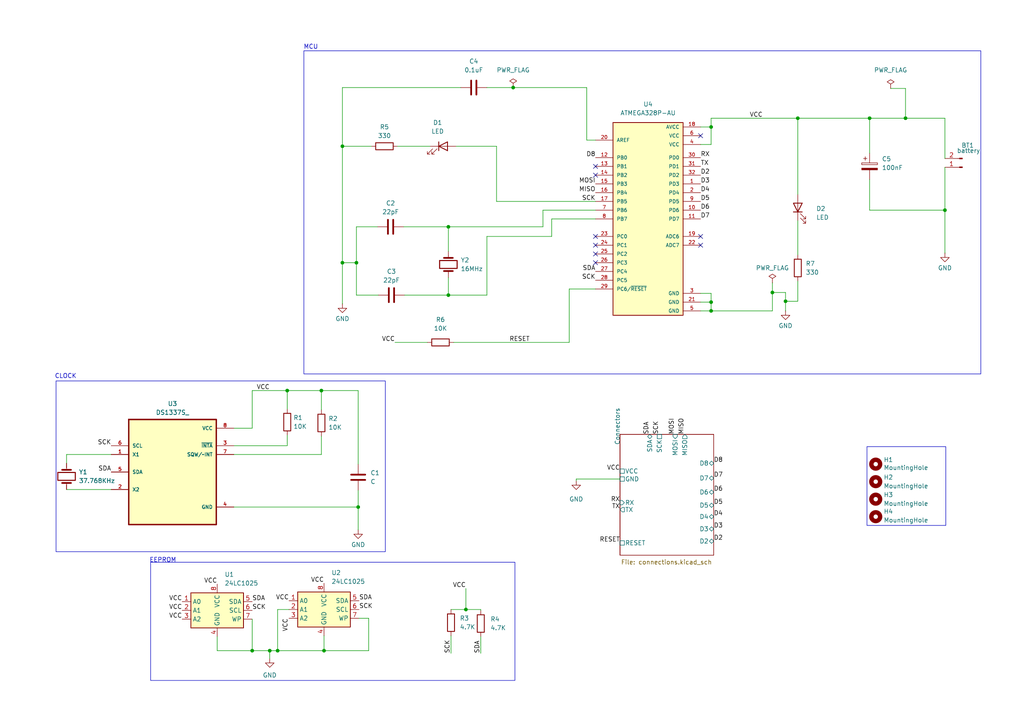
<source format=kicad_sch>
(kicad_sch
	(version 20250114)
	(generator "eeschema")
	(generator_version "9.0")
	(uuid "d6817ddc-b043-403a-af2b-b91e141594fd")
	(paper "A4")
	(title_block
		(title "MCU Data Logger")
		(date "2025-06-23")
		(rev "Version 1")
	)
	(lib_symbols
		(symbol "ATMEGA328P-AU:ATMEGA328P-AU"
			(pin_names
				(offset 1.016)
			)
			(exclude_from_sim no)
			(in_bom yes)
			(on_board yes)
			(property "Reference" "U"
				(at -10.1755 29.2546 0)
				(effects
					(font
						(size 1.27 1.27)
					)
					(justify left bottom)
				)
			)
			(property "Value" "ATMEGA328P-AU"
				(at -7.62 30.988 0)
				(effects
					(font
						(size 1.27 1.27)
					)
					(justify left bottom)
				)
			)
			(property "Footprint" ""
				(at 0 0 0)
				(effects
					(font
						(size 1.27 1.27)
					)
					(justify bottom)
					(hide yes)
				)
			)
			(property "Datasheet" ""
				(at 0 0 0)
				(effects
					(font
						(size 1.27 1.27)
					)
					(hide yes)
				)
			)
			(property "Description" ""
				(at 0 0 0)
				(effects
					(font
						(size 1.27 1.27)
					)
					(hide yes)
				)
			)
			(property "MF" ""
				(at 0 0 0)
				(effects
					(font
						(size 1.27 1.27)
					)
					(justify bottom)
					(hide yes)
				)
			)
			(property "MAXIMUM_PACKAGE_HEIGHT" ""
				(at 0 0 0)
				(effects
					(font
						(size 1.27 1.27)
					)
					(justify bottom)
					(hide yes)
				)
			)
			(property "Package" ""
				(at 0 0 0)
				(effects
					(font
						(size 1.27 1.27)
					)
					(justify bottom)
					(hide yes)
				)
			)
			(property "Price" ""
				(at 0 0 0)
				(effects
					(font
						(size 1.27 1.27)
					)
					(justify bottom)
					(hide yes)
				)
			)
			(property "Check_prices" ""
				(at 0 0 0)
				(effects
					(font
						(size 1.27 1.27)
					)
					(justify bottom)
					(hide yes)
				)
			)
			(property "STANDARD" ""
				(at 0 0 0)
				(effects
					(font
						(size 1.27 1.27)
					)
					(justify bottom)
					(hide yes)
				)
			)
			(property "PARTREV" ""
				(at 0 0 0)
				(effects
					(font
						(size 1.27 1.27)
					)
					(justify bottom)
					(hide yes)
				)
			)
			(property "SnapEDA_Link" ""
				(at 0 0 0)
				(effects
					(font
						(size 1.27 1.27)
					)
					(justify bottom)
					(hide yes)
				)
			)
			(property "MP" ""
				(at 0 0 0)
				(effects
					(font
						(size 1.27 1.27)
					)
					(justify bottom)
					(hide yes)
				)
			)
			(property "Description_1" ""
				(at 0 0 0)
				(effects
					(font
						(size 1.27 1.27)
					)
					(justify bottom)
					(hide yes)
				)
			)
			(property "Availability" ""
				(at 0 0 0)
				(effects
					(font
						(size 1.27 1.27)
					)
					(justify bottom)
					(hide yes)
				)
			)
			(property "MANUFACTURER" ""
				(at 0 0 0)
				(effects
					(font
						(size 1.27 1.27)
					)
					(justify bottom)
					(hide yes)
				)
			)
			(symbol "ATMEGA328P-AU_0_0"
				(rectangle
					(start -10.16 27.94)
					(end 10.16 -27.94)
					(stroke
						(width 0.254)
						(type default)
					)
					(fill
						(type background)
					)
				)
				(pin input line
					(at -15.24 22.86 0)
					(length 5.08)
					(name "AREF"
						(effects
							(font
								(size 1.016 1.016)
							)
						)
					)
					(number "20"
						(effects
							(font
								(size 1.016 1.016)
							)
						)
					)
				)
				(pin bidirectional line
					(at -15.24 17.78 0)
					(length 5.08)
					(name "PB0"
						(effects
							(font
								(size 1.016 1.016)
							)
						)
					)
					(number "12"
						(effects
							(font
								(size 1.016 1.016)
							)
						)
					)
				)
				(pin bidirectional line
					(at -15.24 15.24 0)
					(length 5.08)
					(name "PB1"
						(effects
							(font
								(size 1.016 1.016)
							)
						)
					)
					(number "13"
						(effects
							(font
								(size 1.016 1.016)
							)
						)
					)
				)
				(pin bidirectional line
					(at -15.24 12.7 0)
					(length 5.08)
					(name "PB2"
						(effects
							(font
								(size 1.016 1.016)
							)
						)
					)
					(number "14"
						(effects
							(font
								(size 1.016 1.016)
							)
						)
					)
				)
				(pin bidirectional line
					(at -15.24 10.16 0)
					(length 5.08)
					(name "PB3"
						(effects
							(font
								(size 1.016 1.016)
							)
						)
					)
					(number "15"
						(effects
							(font
								(size 1.016 1.016)
							)
						)
					)
				)
				(pin bidirectional line
					(at -15.24 7.62 0)
					(length 5.08)
					(name "PB4"
						(effects
							(font
								(size 1.016 1.016)
							)
						)
					)
					(number "16"
						(effects
							(font
								(size 1.016 1.016)
							)
						)
					)
				)
				(pin bidirectional line
					(at -15.24 5.08 0)
					(length 5.08)
					(name "PB5"
						(effects
							(font
								(size 1.016 1.016)
							)
						)
					)
					(number "17"
						(effects
							(font
								(size 1.016 1.016)
							)
						)
					)
				)
				(pin bidirectional line
					(at -15.24 2.54 0)
					(length 5.08)
					(name "PB6"
						(effects
							(font
								(size 1.016 1.016)
							)
						)
					)
					(number "7"
						(effects
							(font
								(size 1.016 1.016)
							)
						)
					)
				)
				(pin bidirectional line
					(at -15.24 0 0)
					(length 5.08)
					(name "PB7"
						(effects
							(font
								(size 1.016 1.016)
							)
						)
					)
					(number "8"
						(effects
							(font
								(size 1.016 1.016)
							)
						)
					)
				)
				(pin bidirectional line
					(at -15.24 -5.08 0)
					(length 5.08)
					(name "PC0"
						(effects
							(font
								(size 1.016 1.016)
							)
						)
					)
					(number "23"
						(effects
							(font
								(size 1.016 1.016)
							)
						)
					)
				)
				(pin bidirectional line
					(at -15.24 -7.62 0)
					(length 5.08)
					(name "PC1"
						(effects
							(font
								(size 1.016 1.016)
							)
						)
					)
					(number "24"
						(effects
							(font
								(size 1.016 1.016)
							)
						)
					)
				)
				(pin bidirectional line
					(at -15.24 -10.16 0)
					(length 5.08)
					(name "PC2"
						(effects
							(font
								(size 1.016 1.016)
							)
						)
					)
					(number "25"
						(effects
							(font
								(size 1.016 1.016)
							)
						)
					)
				)
				(pin bidirectional line
					(at -15.24 -12.7 0)
					(length 5.08)
					(name "PC3"
						(effects
							(font
								(size 1.016 1.016)
							)
						)
					)
					(number "26"
						(effects
							(font
								(size 1.016 1.016)
							)
						)
					)
				)
				(pin bidirectional line
					(at -15.24 -15.24 0)
					(length 5.08)
					(name "PC4"
						(effects
							(font
								(size 1.016 1.016)
							)
						)
					)
					(number "27"
						(effects
							(font
								(size 1.016 1.016)
							)
						)
					)
				)
				(pin bidirectional line
					(at -15.24 -17.78 0)
					(length 5.08)
					(name "PC5"
						(effects
							(font
								(size 1.016 1.016)
							)
						)
					)
					(number "28"
						(effects
							(font
								(size 1.016 1.016)
							)
						)
					)
				)
				(pin bidirectional line
					(at -15.24 -20.32 0)
					(length 5.08)
					(name "PC6/~{RESET}"
						(effects
							(font
								(size 1.016 1.016)
							)
						)
					)
					(number "29"
						(effects
							(font
								(size 1.016 1.016)
							)
						)
					)
				)
				(pin power_in line
					(at 15.24 26.67 180)
					(length 5.08)
					(name "AVCC"
						(effects
							(font
								(size 1.016 1.016)
							)
						)
					)
					(number "18"
						(effects
							(font
								(size 1.016 1.016)
							)
						)
					)
				)
				(pin power_in line
					(at 15.24 24.13 180)
					(length 5.08)
					(name "VCC"
						(effects
							(font
								(size 1.016 1.016)
							)
						)
					)
					(number "6"
						(effects
							(font
								(size 1.016 1.016)
							)
						)
					)
				)
				(pin power_in line
					(at 15.24 21.59 180)
					(length 5.08)
					(name "VCC"
						(effects
							(font
								(size 1.016 1.016)
							)
						)
					)
					(number "4"
						(effects
							(font
								(size 1.016 1.016)
							)
						)
					)
				)
				(pin bidirectional line
					(at 15.24 17.78 180)
					(length 5.08)
					(name "PD0"
						(effects
							(font
								(size 1.016 1.016)
							)
						)
					)
					(number "30"
						(effects
							(font
								(size 1.016 1.016)
							)
						)
					)
				)
				(pin bidirectional line
					(at 15.24 15.24 180)
					(length 5.08)
					(name "PD1"
						(effects
							(font
								(size 1.016 1.016)
							)
						)
					)
					(number "31"
						(effects
							(font
								(size 1.016 1.016)
							)
						)
					)
				)
				(pin bidirectional line
					(at 15.24 12.7 180)
					(length 5.08)
					(name "PD2"
						(effects
							(font
								(size 1.016 1.016)
							)
						)
					)
					(number "32"
						(effects
							(font
								(size 1.016 1.016)
							)
						)
					)
				)
				(pin bidirectional line
					(at 15.24 10.16 180)
					(length 5.08)
					(name "PD3"
						(effects
							(font
								(size 1.016 1.016)
							)
						)
					)
					(number "1"
						(effects
							(font
								(size 1.016 1.016)
							)
						)
					)
				)
				(pin bidirectional line
					(at 15.24 7.62 180)
					(length 5.08)
					(name "PD4"
						(effects
							(font
								(size 1.016 1.016)
							)
						)
					)
					(number "2"
						(effects
							(font
								(size 1.016 1.016)
							)
						)
					)
				)
				(pin bidirectional line
					(at 15.24 5.08 180)
					(length 5.08)
					(name "PD5"
						(effects
							(font
								(size 1.016 1.016)
							)
						)
					)
					(number "9"
						(effects
							(font
								(size 1.016 1.016)
							)
						)
					)
				)
				(pin bidirectional line
					(at 15.24 2.54 180)
					(length 5.08)
					(name "PD6"
						(effects
							(font
								(size 1.016 1.016)
							)
						)
					)
					(number "10"
						(effects
							(font
								(size 1.016 1.016)
							)
						)
					)
				)
				(pin bidirectional line
					(at 15.24 0 180)
					(length 5.08)
					(name "PD7"
						(effects
							(font
								(size 1.016 1.016)
							)
						)
					)
					(number "11"
						(effects
							(font
								(size 1.016 1.016)
							)
						)
					)
				)
				(pin bidirectional line
					(at 15.24 -5.08 180)
					(length 5.08)
					(name "ADC6"
						(effects
							(font
								(size 1.016 1.016)
							)
						)
					)
					(number "19"
						(effects
							(font
								(size 1.016 1.016)
							)
						)
					)
				)
				(pin bidirectional line
					(at 15.24 -7.62 180)
					(length 5.08)
					(name "ADC7"
						(effects
							(font
								(size 1.016 1.016)
							)
						)
					)
					(number "22"
						(effects
							(font
								(size 1.016 1.016)
							)
						)
					)
				)
				(pin power_in line
					(at 15.24 -21.59 180)
					(length 5.08)
					(name "GND"
						(effects
							(font
								(size 1.016 1.016)
							)
						)
					)
					(number "3"
						(effects
							(font
								(size 1.016 1.016)
							)
						)
					)
				)
				(pin power_in line
					(at 15.24 -24.13 180)
					(length 5.08)
					(name "GND"
						(effects
							(font
								(size 1.016 1.016)
							)
						)
					)
					(number "21"
						(effects
							(font
								(size 1.016 1.016)
							)
						)
					)
				)
				(pin power_in line
					(at 15.24 -26.67 180)
					(length 5.08)
					(name "GND"
						(effects
							(font
								(size 1.016 1.016)
							)
						)
					)
					(number "5"
						(effects
							(font
								(size 1.016 1.016)
							)
						)
					)
				)
			)
			(embedded_fonts no)
		)
		(symbol "Connector:Conn_01x02_Pin"
			(pin_names
				(offset 1.016)
				(hide yes)
			)
			(exclude_from_sim no)
			(in_bom yes)
			(on_board yes)
			(property "Reference" "J"
				(at 0 2.54 0)
				(effects
					(font
						(size 1.27 1.27)
					)
				)
			)
			(property "Value" "Conn_01x02_Pin"
				(at 0 -5.08 0)
				(effects
					(font
						(size 1.27 1.27)
					)
				)
			)
			(property "Footprint" ""
				(at 0 0 0)
				(effects
					(font
						(size 1.27 1.27)
					)
					(hide yes)
				)
			)
			(property "Datasheet" "~"
				(at 0 0 0)
				(effects
					(font
						(size 1.27 1.27)
					)
					(hide yes)
				)
			)
			(property "Description" "Generic connector, single row, 01x02, script generated"
				(at 0 0 0)
				(effects
					(font
						(size 1.27 1.27)
					)
					(hide yes)
				)
			)
			(property "ki_locked" ""
				(at 0 0 0)
				(effects
					(font
						(size 1.27 1.27)
					)
				)
			)
			(property "ki_keywords" "connector"
				(at 0 0 0)
				(effects
					(font
						(size 1.27 1.27)
					)
					(hide yes)
				)
			)
			(property "ki_fp_filters" "Connector*:*_1x??_*"
				(at 0 0 0)
				(effects
					(font
						(size 1.27 1.27)
					)
					(hide yes)
				)
			)
			(symbol "Conn_01x02_Pin_1_1"
				(rectangle
					(start 0.8636 0.127)
					(end 0 -0.127)
					(stroke
						(width 0.1524)
						(type default)
					)
					(fill
						(type outline)
					)
				)
				(rectangle
					(start 0.8636 -2.413)
					(end 0 -2.667)
					(stroke
						(width 0.1524)
						(type default)
					)
					(fill
						(type outline)
					)
				)
				(polyline
					(pts
						(xy 1.27 0) (xy 0.8636 0)
					)
					(stroke
						(width 0.1524)
						(type default)
					)
					(fill
						(type none)
					)
				)
				(polyline
					(pts
						(xy 1.27 -2.54) (xy 0.8636 -2.54)
					)
					(stroke
						(width 0.1524)
						(type default)
					)
					(fill
						(type none)
					)
				)
				(pin passive line
					(at 5.08 0 180)
					(length 3.81)
					(name "Pin_1"
						(effects
							(font
								(size 1.27 1.27)
							)
						)
					)
					(number "1"
						(effects
							(font
								(size 1.27 1.27)
							)
						)
					)
				)
				(pin passive line
					(at 5.08 -2.54 180)
					(length 3.81)
					(name "Pin_2"
						(effects
							(font
								(size 1.27 1.27)
							)
						)
					)
					(number "2"
						(effects
							(font
								(size 1.27 1.27)
							)
						)
					)
				)
			)
			(embedded_fonts no)
		)
		(symbol "DS1337S_:DS1337S_"
			(pin_names
				(offset 1.016)
			)
			(exclude_from_sim no)
			(in_bom yes)
			(on_board yes)
			(property "Reference" "U"
				(at -12.7 16.24 0)
				(effects
					(font
						(size 1.27 1.27)
					)
					(justify left bottom)
				)
			)
			(property "Value" "DS1337S_"
				(at -12.7 -19.24 0)
				(effects
					(font
						(size 1.27 1.27)
					)
					(justify left bottom)
				)
			)
			(property "Footprint" "DS1337S_:SOIC127P600X175-8N"
				(at 0 0 0)
				(effects
					(font
						(size 1.27 1.27)
					)
					(justify bottom)
					(hide yes)
				)
			)
			(property "Datasheet" ""
				(at 0 0 0)
				(effects
					(font
						(size 1.27 1.27)
					)
					(hide yes)
				)
			)
			(property "Description" ""
				(at 0 0 0)
				(effects
					(font
						(size 1.27 1.27)
					)
					(hide yes)
				)
			)
			(property "MF" "Analog Devices"
				(at 0 0 0)
				(effects
					(font
						(size 1.27 1.27)
					)
					(justify bottom)
					(hide yes)
				)
			)
			(property "Description_1" "I²C Serial Real-Time Clock"
				(at 0 0 0)
				(effects
					(font
						(size 1.27 1.27)
					)
					(justify bottom)
					(hide yes)
				)
			)
			(property "Package" "SOIC-8 Maxim"
				(at 0 0 0)
				(effects
					(font
						(size 1.27 1.27)
					)
					(justify bottom)
					(hide yes)
				)
			)
			(property "Price" "None"
				(at 0 0 0)
				(effects
					(font
						(size 1.27 1.27)
					)
					(justify bottom)
					(hide yes)
				)
			)
			(property "SnapEDA_Link" "https://www.snapeda.com/parts/DS1337S+/Analog+Devices/view-part/?ref=snap"
				(at 0 0 0)
				(effects
					(font
						(size 1.27 1.27)
					)
					(justify bottom)
					(hide yes)
				)
			)
			(property "MP" "DS1337S+"
				(at 0 0 0)
				(effects
					(font
						(size 1.27 1.27)
					)
					(justify bottom)
					(hide yes)
				)
			)
			(property "Availability" "In Stock"
				(at 0 0 0)
				(effects
					(font
						(size 1.27 1.27)
					)
					(justify bottom)
					(hide yes)
				)
			)
			(property "Check_prices" "https://www.snapeda.com/parts/DS1337S+/Analog+Devices/view-part/?ref=eda"
				(at 0 0 0)
				(effects
					(font
						(size 1.27 1.27)
					)
					(justify bottom)
					(hide yes)
				)
			)
			(symbol "DS1337S__0_0"
				(rectangle
					(start -12.7 -15.24)
					(end 12.7 15.24)
					(stroke
						(width 0.41)
						(type default)
					)
					(fill
						(type background)
					)
				)
				(pin input line
					(at -17.78 7.62 0)
					(length 5.08)
					(name "SCL"
						(effects
							(font
								(size 1.016 1.016)
							)
						)
					)
					(number "6"
						(effects
							(font
								(size 1.016 1.016)
							)
						)
					)
				)
				(pin input line
					(at -17.78 5.08 0)
					(length 5.08)
					(name "X1"
						(effects
							(font
								(size 1.016 1.016)
							)
						)
					)
					(number "1"
						(effects
							(font
								(size 1.016 1.016)
							)
						)
					)
				)
				(pin bidirectional line
					(at -17.78 0 0)
					(length 5.08)
					(name "SDA"
						(effects
							(font
								(size 1.016 1.016)
							)
						)
					)
					(number "5"
						(effects
							(font
								(size 1.016 1.016)
							)
						)
					)
				)
				(pin bidirectional line
					(at -17.78 -5.08 0)
					(length 5.08)
					(name "X2"
						(effects
							(font
								(size 1.016 1.016)
							)
						)
					)
					(number "2"
						(effects
							(font
								(size 1.016 1.016)
							)
						)
					)
				)
				(pin power_in line
					(at 17.78 12.7 180)
					(length 5.08)
					(name "VCC"
						(effects
							(font
								(size 1.016 1.016)
							)
						)
					)
					(number "8"
						(effects
							(font
								(size 1.016 1.016)
							)
						)
					)
				)
				(pin output line
					(at 17.78 7.62 180)
					(length 5.08)
					(name "~{INTA}"
						(effects
							(font
								(size 1.016 1.016)
							)
						)
					)
					(number "3"
						(effects
							(font
								(size 1.016 1.016)
							)
						)
					)
				)
				(pin output line
					(at 17.78 5.08 180)
					(length 5.08)
					(name "SQW/~INT"
						(effects
							(font
								(size 1.016 1.016)
							)
						)
					)
					(number "7"
						(effects
							(font
								(size 1.016 1.016)
							)
						)
					)
				)
				(pin power_in line
					(at 17.78 -10.16 180)
					(length 5.08)
					(name "GND"
						(effects
							(font
								(size 1.016 1.016)
							)
						)
					)
					(number "4"
						(effects
							(font
								(size 1.016 1.016)
							)
						)
					)
				)
			)
			(embedded_fonts no)
		)
		(symbol "Device:C"
			(pin_numbers
				(hide yes)
			)
			(pin_names
				(offset 0.254)
			)
			(exclude_from_sim no)
			(in_bom yes)
			(on_board yes)
			(property "Reference" "C"
				(at 0.635 2.54 0)
				(effects
					(font
						(size 1.27 1.27)
					)
					(justify left)
				)
			)
			(property "Value" "C"
				(at 0.635 -2.54 0)
				(effects
					(font
						(size 1.27 1.27)
					)
					(justify left)
				)
			)
			(property "Footprint" ""
				(at 0.9652 -3.81 0)
				(effects
					(font
						(size 1.27 1.27)
					)
					(hide yes)
				)
			)
			(property "Datasheet" "~"
				(at 0 0 0)
				(effects
					(font
						(size 1.27 1.27)
					)
					(hide yes)
				)
			)
			(property "Description" "Unpolarized capacitor"
				(at 0 0 0)
				(effects
					(font
						(size 1.27 1.27)
					)
					(hide yes)
				)
			)
			(property "ki_keywords" "cap capacitor"
				(at 0 0 0)
				(effects
					(font
						(size 1.27 1.27)
					)
					(hide yes)
				)
			)
			(property "ki_fp_filters" "C_*"
				(at 0 0 0)
				(effects
					(font
						(size 1.27 1.27)
					)
					(hide yes)
				)
			)
			(symbol "C_0_1"
				(polyline
					(pts
						(xy -2.032 0.762) (xy 2.032 0.762)
					)
					(stroke
						(width 0.508)
						(type default)
					)
					(fill
						(type none)
					)
				)
				(polyline
					(pts
						(xy -2.032 -0.762) (xy 2.032 -0.762)
					)
					(stroke
						(width 0.508)
						(type default)
					)
					(fill
						(type none)
					)
				)
			)
			(symbol "C_1_1"
				(pin passive line
					(at 0 3.81 270)
					(length 2.794)
					(name "~"
						(effects
							(font
								(size 1.27 1.27)
							)
						)
					)
					(number "1"
						(effects
							(font
								(size 1.27 1.27)
							)
						)
					)
				)
				(pin passive line
					(at 0 -3.81 90)
					(length 2.794)
					(name "~"
						(effects
							(font
								(size 1.27 1.27)
							)
						)
					)
					(number "2"
						(effects
							(font
								(size 1.27 1.27)
							)
						)
					)
				)
			)
			(embedded_fonts no)
		)
		(symbol "Device:C_Polarized"
			(pin_numbers
				(hide yes)
			)
			(pin_names
				(offset 0.254)
			)
			(exclude_from_sim no)
			(in_bom yes)
			(on_board yes)
			(property "Reference" "C"
				(at 0.635 2.54 0)
				(effects
					(font
						(size 1.27 1.27)
					)
					(justify left)
				)
			)
			(property "Value" "C_Polarized"
				(at 0.635 -2.54 0)
				(effects
					(font
						(size 1.27 1.27)
					)
					(justify left)
				)
			)
			(property "Footprint" ""
				(at 0.9652 -3.81 0)
				(effects
					(font
						(size 1.27 1.27)
					)
					(hide yes)
				)
			)
			(property "Datasheet" "~"
				(at 0 0 0)
				(effects
					(font
						(size 1.27 1.27)
					)
					(hide yes)
				)
			)
			(property "Description" "Polarized capacitor"
				(at 0 0 0)
				(effects
					(font
						(size 1.27 1.27)
					)
					(hide yes)
				)
			)
			(property "ki_keywords" "cap capacitor"
				(at 0 0 0)
				(effects
					(font
						(size 1.27 1.27)
					)
					(hide yes)
				)
			)
			(property "ki_fp_filters" "CP_*"
				(at 0 0 0)
				(effects
					(font
						(size 1.27 1.27)
					)
					(hide yes)
				)
			)
			(symbol "C_Polarized_0_1"
				(rectangle
					(start -2.286 0.508)
					(end 2.286 1.016)
					(stroke
						(width 0)
						(type default)
					)
					(fill
						(type none)
					)
				)
				(polyline
					(pts
						(xy -1.778 2.286) (xy -0.762 2.286)
					)
					(stroke
						(width 0)
						(type default)
					)
					(fill
						(type none)
					)
				)
				(polyline
					(pts
						(xy -1.27 2.794) (xy -1.27 1.778)
					)
					(stroke
						(width 0)
						(type default)
					)
					(fill
						(type none)
					)
				)
				(rectangle
					(start 2.286 -0.508)
					(end -2.286 -1.016)
					(stroke
						(width 0)
						(type default)
					)
					(fill
						(type outline)
					)
				)
			)
			(symbol "C_Polarized_1_1"
				(pin passive line
					(at 0 3.81 270)
					(length 2.794)
					(name "~"
						(effects
							(font
								(size 1.27 1.27)
							)
						)
					)
					(number "1"
						(effects
							(font
								(size 1.27 1.27)
							)
						)
					)
				)
				(pin passive line
					(at 0 -3.81 90)
					(length 2.794)
					(name "~"
						(effects
							(font
								(size 1.27 1.27)
							)
						)
					)
					(number "2"
						(effects
							(font
								(size 1.27 1.27)
							)
						)
					)
				)
			)
			(embedded_fonts no)
		)
		(symbol "Device:Crystal"
			(pin_numbers
				(hide yes)
			)
			(pin_names
				(offset 1.016)
				(hide yes)
			)
			(exclude_from_sim no)
			(in_bom yes)
			(on_board yes)
			(property "Reference" "Y"
				(at 0 3.81 0)
				(effects
					(font
						(size 1.27 1.27)
					)
				)
			)
			(property "Value" "Crystal"
				(at 0 -3.81 0)
				(effects
					(font
						(size 1.27 1.27)
					)
				)
			)
			(property "Footprint" ""
				(at 0 0 0)
				(effects
					(font
						(size 1.27 1.27)
					)
					(hide yes)
				)
			)
			(property "Datasheet" "~"
				(at 0 0 0)
				(effects
					(font
						(size 1.27 1.27)
					)
					(hide yes)
				)
			)
			(property "Description" "Two pin crystal"
				(at 0 0 0)
				(effects
					(font
						(size 1.27 1.27)
					)
					(hide yes)
				)
			)
			(property "ki_keywords" "quartz ceramic resonator oscillator"
				(at 0 0 0)
				(effects
					(font
						(size 1.27 1.27)
					)
					(hide yes)
				)
			)
			(property "ki_fp_filters" "Crystal*"
				(at 0 0 0)
				(effects
					(font
						(size 1.27 1.27)
					)
					(hide yes)
				)
			)
			(symbol "Crystal_0_1"
				(polyline
					(pts
						(xy -2.54 0) (xy -1.905 0)
					)
					(stroke
						(width 0)
						(type default)
					)
					(fill
						(type none)
					)
				)
				(polyline
					(pts
						(xy -1.905 -1.27) (xy -1.905 1.27)
					)
					(stroke
						(width 0.508)
						(type default)
					)
					(fill
						(type none)
					)
				)
				(rectangle
					(start -1.143 2.54)
					(end 1.143 -2.54)
					(stroke
						(width 0.3048)
						(type default)
					)
					(fill
						(type none)
					)
				)
				(polyline
					(pts
						(xy 1.905 -1.27) (xy 1.905 1.27)
					)
					(stroke
						(width 0.508)
						(type default)
					)
					(fill
						(type none)
					)
				)
				(polyline
					(pts
						(xy 2.54 0) (xy 1.905 0)
					)
					(stroke
						(width 0)
						(type default)
					)
					(fill
						(type none)
					)
				)
			)
			(symbol "Crystal_1_1"
				(pin passive line
					(at -3.81 0 0)
					(length 1.27)
					(name "1"
						(effects
							(font
								(size 1.27 1.27)
							)
						)
					)
					(number "1"
						(effects
							(font
								(size 1.27 1.27)
							)
						)
					)
				)
				(pin passive line
					(at 3.81 0 180)
					(length 1.27)
					(name "2"
						(effects
							(font
								(size 1.27 1.27)
							)
						)
					)
					(number "2"
						(effects
							(font
								(size 1.27 1.27)
							)
						)
					)
				)
			)
			(embedded_fonts no)
		)
		(symbol "Device:LED"
			(pin_numbers
				(hide yes)
			)
			(pin_names
				(offset 1.016)
				(hide yes)
			)
			(exclude_from_sim no)
			(in_bom yes)
			(on_board yes)
			(property "Reference" "D"
				(at 0 2.54 0)
				(effects
					(font
						(size 1.27 1.27)
					)
				)
			)
			(property "Value" "LED"
				(at 0 -2.54 0)
				(effects
					(font
						(size 1.27 1.27)
					)
				)
			)
			(property "Footprint" ""
				(at 0 0 0)
				(effects
					(font
						(size 1.27 1.27)
					)
					(hide yes)
				)
			)
			(property "Datasheet" "~"
				(at 0 0 0)
				(effects
					(font
						(size 1.27 1.27)
					)
					(hide yes)
				)
			)
			(property "Description" "Light emitting diode"
				(at 0 0 0)
				(effects
					(font
						(size 1.27 1.27)
					)
					(hide yes)
				)
			)
			(property "Sim.Pins" "1=K 2=A"
				(at 0 0 0)
				(effects
					(font
						(size 1.27 1.27)
					)
					(hide yes)
				)
			)
			(property "ki_keywords" "LED diode"
				(at 0 0 0)
				(effects
					(font
						(size 1.27 1.27)
					)
					(hide yes)
				)
			)
			(property "ki_fp_filters" "LED* LED_SMD:* LED_THT:*"
				(at 0 0 0)
				(effects
					(font
						(size 1.27 1.27)
					)
					(hide yes)
				)
			)
			(symbol "LED_0_1"
				(polyline
					(pts
						(xy -3.048 -0.762) (xy -4.572 -2.286) (xy -3.81 -2.286) (xy -4.572 -2.286) (xy -4.572 -1.524)
					)
					(stroke
						(width 0)
						(type default)
					)
					(fill
						(type none)
					)
				)
				(polyline
					(pts
						(xy -1.778 -0.762) (xy -3.302 -2.286) (xy -2.54 -2.286) (xy -3.302 -2.286) (xy -3.302 -1.524)
					)
					(stroke
						(width 0)
						(type default)
					)
					(fill
						(type none)
					)
				)
				(polyline
					(pts
						(xy -1.27 0) (xy 1.27 0)
					)
					(stroke
						(width 0)
						(type default)
					)
					(fill
						(type none)
					)
				)
				(polyline
					(pts
						(xy -1.27 -1.27) (xy -1.27 1.27)
					)
					(stroke
						(width 0.254)
						(type default)
					)
					(fill
						(type none)
					)
				)
				(polyline
					(pts
						(xy 1.27 -1.27) (xy 1.27 1.27) (xy -1.27 0) (xy 1.27 -1.27)
					)
					(stroke
						(width 0.254)
						(type default)
					)
					(fill
						(type none)
					)
				)
			)
			(symbol "LED_1_1"
				(pin passive line
					(at -3.81 0 0)
					(length 2.54)
					(name "K"
						(effects
							(font
								(size 1.27 1.27)
							)
						)
					)
					(number "1"
						(effects
							(font
								(size 1.27 1.27)
							)
						)
					)
				)
				(pin passive line
					(at 3.81 0 180)
					(length 2.54)
					(name "A"
						(effects
							(font
								(size 1.27 1.27)
							)
						)
					)
					(number "2"
						(effects
							(font
								(size 1.27 1.27)
							)
						)
					)
				)
			)
			(embedded_fonts no)
		)
		(symbol "Device:R"
			(pin_numbers
				(hide yes)
			)
			(pin_names
				(offset 0)
			)
			(exclude_from_sim no)
			(in_bom yes)
			(on_board yes)
			(property "Reference" "R"
				(at 2.032 0 90)
				(effects
					(font
						(size 1.27 1.27)
					)
				)
			)
			(property "Value" "R"
				(at 0 0 90)
				(effects
					(font
						(size 1.27 1.27)
					)
				)
			)
			(property "Footprint" ""
				(at -1.778 0 90)
				(effects
					(font
						(size 1.27 1.27)
					)
					(hide yes)
				)
			)
			(property "Datasheet" "~"
				(at 0 0 0)
				(effects
					(font
						(size 1.27 1.27)
					)
					(hide yes)
				)
			)
			(property "Description" "Resistor"
				(at 0 0 0)
				(effects
					(font
						(size 1.27 1.27)
					)
					(hide yes)
				)
			)
			(property "ki_keywords" "R res resistor"
				(at 0 0 0)
				(effects
					(font
						(size 1.27 1.27)
					)
					(hide yes)
				)
			)
			(property "ki_fp_filters" "R_*"
				(at 0 0 0)
				(effects
					(font
						(size 1.27 1.27)
					)
					(hide yes)
				)
			)
			(symbol "R_0_1"
				(rectangle
					(start -1.016 -2.54)
					(end 1.016 2.54)
					(stroke
						(width 0.254)
						(type default)
					)
					(fill
						(type none)
					)
				)
			)
			(symbol "R_1_1"
				(pin passive line
					(at 0 3.81 270)
					(length 1.27)
					(name "~"
						(effects
							(font
								(size 1.27 1.27)
							)
						)
					)
					(number "1"
						(effects
							(font
								(size 1.27 1.27)
							)
						)
					)
				)
				(pin passive line
					(at 0 -3.81 90)
					(length 1.27)
					(name "~"
						(effects
							(font
								(size 1.27 1.27)
							)
						)
					)
					(number "2"
						(effects
							(font
								(size 1.27 1.27)
							)
						)
					)
				)
			)
			(embedded_fonts no)
		)
		(symbol "Mechanical:MountingHole"
			(pin_names
				(offset 1.016)
			)
			(exclude_from_sim no)
			(in_bom no)
			(on_board yes)
			(property "Reference" "H"
				(at 0 5.08 0)
				(effects
					(font
						(size 1.27 1.27)
					)
				)
			)
			(property "Value" "MountingHole"
				(at 0 3.175 0)
				(effects
					(font
						(size 1.27 1.27)
					)
				)
			)
			(property "Footprint" ""
				(at 0 0 0)
				(effects
					(font
						(size 1.27 1.27)
					)
					(hide yes)
				)
			)
			(property "Datasheet" "~"
				(at 0 0 0)
				(effects
					(font
						(size 1.27 1.27)
					)
					(hide yes)
				)
			)
			(property "Description" "Mounting Hole without connection"
				(at 0 0 0)
				(effects
					(font
						(size 1.27 1.27)
					)
					(hide yes)
				)
			)
			(property "ki_keywords" "mounting hole"
				(at 0 0 0)
				(effects
					(font
						(size 1.27 1.27)
					)
					(hide yes)
				)
			)
			(property "ki_fp_filters" "MountingHole*"
				(at 0 0 0)
				(effects
					(font
						(size 1.27 1.27)
					)
					(hide yes)
				)
			)
			(symbol "MountingHole_0_1"
				(circle
					(center 0 0)
					(radius 1.27)
					(stroke
						(width 1.27)
						(type default)
					)
					(fill
						(type none)
					)
				)
			)
			(embedded_fonts no)
		)
		(symbol "Memory_EEPROM:24LC1025"
			(exclude_from_sim no)
			(in_bom yes)
			(on_board yes)
			(property "Reference" "U"
				(at -6.35 6.35 0)
				(effects
					(font
						(size 1.27 1.27)
					)
				)
			)
			(property "Value" "24LC1025"
				(at 1.27 6.35 0)
				(effects
					(font
						(size 1.27 1.27)
					)
					(justify left)
				)
			)
			(property "Footprint" ""
				(at 0 0 0)
				(effects
					(font
						(size 1.27 1.27)
					)
					(hide yes)
				)
			)
			(property "Datasheet" "http://ww1.microchip.com/downloads/en/DeviceDoc/21941B.pdf"
				(at 0 0 0)
				(effects
					(font
						(size 1.27 1.27)
					)
					(hide yes)
				)
			)
			(property "Description" "I2C Serial EEPROM, 1024Kb, DIP-8/SOIC-8/TSSOP-8/DFN-8"
				(at 0 0 0)
				(effects
					(font
						(size 1.27 1.27)
					)
					(hide yes)
				)
			)
			(property "ki_keywords" "I2C Serial EEPROM"
				(at 0 0 0)
				(effects
					(font
						(size 1.27 1.27)
					)
					(hide yes)
				)
			)
			(property "ki_fp_filters" "DIP*W7.62mm* SOIC*3.9x4.9mm* TSSOP*4.4x3mm*P0.65mm* DFN*3x2mm*P0.5mm*"
				(at 0 0 0)
				(effects
					(font
						(size 1.27 1.27)
					)
					(hide yes)
				)
			)
			(symbol "24LC1025_1_1"
				(rectangle
					(start -7.62 5.08)
					(end 7.62 -5.08)
					(stroke
						(width 0.254)
						(type default)
					)
					(fill
						(type background)
					)
				)
				(pin input line
					(at -10.16 2.54 0)
					(length 2.54)
					(name "A0"
						(effects
							(font
								(size 1.27 1.27)
							)
						)
					)
					(number "1"
						(effects
							(font
								(size 1.27 1.27)
							)
						)
					)
				)
				(pin input line
					(at -10.16 0 0)
					(length 2.54)
					(name "A1"
						(effects
							(font
								(size 1.27 1.27)
							)
						)
					)
					(number "2"
						(effects
							(font
								(size 1.27 1.27)
							)
						)
					)
				)
				(pin input line
					(at -10.16 -2.54 0)
					(length 2.54)
					(name "A2"
						(effects
							(font
								(size 1.27 1.27)
							)
						)
					)
					(number "3"
						(effects
							(font
								(size 1.27 1.27)
							)
						)
					)
				)
				(pin power_in line
					(at 0 7.62 270)
					(length 2.54)
					(name "VCC"
						(effects
							(font
								(size 1.27 1.27)
							)
						)
					)
					(number "8"
						(effects
							(font
								(size 1.27 1.27)
							)
						)
					)
				)
				(pin power_in line
					(at 0 -7.62 90)
					(length 2.54)
					(name "GND"
						(effects
							(font
								(size 1.27 1.27)
							)
						)
					)
					(number "4"
						(effects
							(font
								(size 1.27 1.27)
							)
						)
					)
				)
				(pin bidirectional line
					(at 10.16 2.54 180)
					(length 2.54)
					(name "SDA"
						(effects
							(font
								(size 1.27 1.27)
							)
						)
					)
					(number "5"
						(effects
							(font
								(size 1.27 1.27)
							)
						)
					)
				)
				(pin input line
					(at 10.16 0 180)
					(length 2.54)
					(name "SCL"
						(effects
							(font
								(size 1.27 1.27)
							)
						)
					)
					(number "6"
						(effects
							(font
								(size 1.27 1.27)
							)
						)
					)
				)
				(pin input line
					(at 10.16 -2.54 180)
					(length 2.54)
					(name "WP"
						(effects
							(font
								(size 1.27 1.27)
							)
						)
					)
					(number "7"
						(effects
							(font
								(size 1.27 1.27)
							)
						)
					)
				)
			)
			(embedded_fonts no)
		)
		(symbol "power:GND"
			(power)
			(pin_numbers
				(hide yes)
			)
			(pin_names
				(offset 0)
				(hide yes)
			)
			(exclude_from_sim no)
			(in_bom yes)
			(on_board yes)
			(property "Reference" "#PWR"
				(at 0 -6.35 0)
				(effects
					(font
						(size 1.27 1.27)
					)
					(hide yes)
				)
			)
			(property "Value" "GND"
				(at 0 -3.81 0)
				(effects
					(font
						(size 1.27 1.27)
					)
				)
			)
			(property "Footprint" ""
				(at 0 0 0)
				(effects
					(font
						(size 1.27 1.27)
					)
					(hide yes)
				)
			)
			(property "Datasheet" ""
				(at 0 0 0)
				(effects
					(font
						(size 1.27 1.27)
					)
					(hide yes)
				)
			)
			(property "Description" "Power symbol creates a global label with name \"GND\" , ground"
				(at 0 0 0)
				(effects
					(font
						(size 1.27 1.27)
					)
					(hide yes)
				)
			)
			(property "ki_keywords" "global power"
				(at 0 0 0)
				(effects
					(font
						(size 1.27 1.27)
					)
					(hide yes)
				)
			)
			(symbol "GND_0_1"
				(polyline
					(pts
						(xy 0 0) (xy 0 -1.27) (xy 1.27 -1.27) (xy 0 -2.54) (xy -1.27 -1.27) (xy 0 -1.27)
					)
					(stroke
						(width 0)
						(type default)
					)
					(fill
						(type none)
					)
				)
			)
			(symbol "GND_1_1"
				(pin power_in line
					(at 0 0 270)
					(length 0)
					(name "~"
						(effects
							(font
								(size 1.27 1.27)
							)
						)
					)
					(number "1"
						(effects
							(font
								(size 1.27 1.27)
							)
						)
					)
				)
			)
			(embedded_fonts no)
		)
		(symbol "power:PWR_FLAG"
			(power)
			(pin_numbers
				(hide yes)
			)
			(pin_names
				(offset 0)
				(hide yes)
			)
			(exclude_from_sim no)
			(in_bom yes)
			(on_board yes)
			(property "Reference" "#FLG"
				(at 0 1.905 0)
				(effects
					(font
						(size 1.27 1.27)
					)
					(hide yes)
				)
			)
			(property "Value" "PWR_FLAG"
				(at 0 3.81 0)
				(effects
					(font
						(size 1.27 1.27)
					)
				)
			)
			(property "Footprint" ""
				(at 0 0 0)
				(effects
					(font
						(size 1.27 1.27)
					)
					(hide yes)
				)
			)
			(property "Datasheet" "~"
				(at 0 0 0)
				(effects
					(font
						(size 1.27 1.27)
					)
					(hide yes)
				)
			)
			(property "Description" "Special symbol for telling ERC where power comes from"
				(at 0 0 0)
				(effects
					(font
						(size 1.27 1.27)
					)
					(hide yes)
				)
			)
			(property "ki_keywords" "flag power"
				(at 0 0 0)
				(effects
					(font
						(size 1.27 1.27)
					)
					(hide yes)
				)
			)
			(symbol "PWR_FLAG_0_0"
				(pin power_out line
					(at 0 0 90)
					(length 0)
					(name "~"
						(effects
							(font
								(size 1.27 1.27)
							)
						)
					)
					(number "1"
						(effects
							(font
								(size 1.27 1.27)
							)
						)
					)
				)
			)
			(symbol "PWR_FLAG_0_1"
				(polyline
					(pts
						(xy 0 0) (xy 0 1.27) (xy -1.016 1.905) (xy 0 2.54) (xy 1.016 1.905) (xy 0 1.27)
					)
					(stroke
						(width 0)
						(type default)
					)
					(fill
						(type none)
					)
				)
			)
			(embedded_fonts no)
		)
	)
	(rectangle
		(start 16.256 110.49)
		(end 111.76 160.02)
		(stroke
			(width 0)
			(type default)
		)
		(fill
			(type none)
		)
		(uuid 7c069937-6651-4dea-a164-9f277940c2a5)
	)
	(rectangle
		(start 251.46 129.54)
		(end 274.32 152.4)
		(stroke
			(width 0)
			(type default)
		)
		(fill
			(type none)
		)
		(uuid a46c2bf5-f3aa-4d33-927f-a181ac3692e9)
	)
	(rectangle
		(start 43.688 163.068)
		(end 149.352 197.358)
		(stroke
			(width 0)
			(type default)
		)
		(fill
			(type none)
		)
		(uuid af63c7d8-b6d7-4751-9cd6-aeadb2d6c3d8)
	)
	(rectangle
		(start 88.138 14.732)
		(end 284.48 108.458)
		(stroke
			(width 0)
			(type default)
		)
		(fill
			(type none)
		)
		(uuid ca6a3ef0-31cc-4cca-b8a3-ce93b182665d)
	)
	(text "EEPROM"
		(exclude_from_sim no)
		(at 47.244 162.56 0)
		(effects
			(font
				(size 1.27 1.27)
			)
		)
		(uuid "4a6949b1-15eb-4523-a0e6-e6935a7db1bb")
	)
	(text "CLOCK"
		(exclude_from_sim no)
		(at 19.05 109.22 0)
		(effects
			(font
				(size 1.27 1.27)
			)
		)
		(uuid "a86b0bcd-b39b-4152-b7b9-dfe34003fd51")
	)
	(text "MCU\n"
		(exclude_from_sim no)
		(at 90.17 13.716 0)
		(effects
			(font
				(size 1.27 1.27)
			)
		)
		(uuid "f85006b8-479e-4ed1-a473-242655e9ce52")
	)
	(junction
		(at 73.152 188.722)
		(diameter 0)
		(color 0 0 0 0)
		(uuid "167d0b94-9c79-4d05-a1f1-f2829fe47505")
	)
	(junction
		(at 99.314 42.418)
		(diameter 0)
		(color 0 0 0 0)
		(uuid "313934cb-0025-4887-b9eb-c1fbbda3058b")
	)
	(junction
		(at 206.248 87.63)
		(diameter 0)
		(color 0 0 0 0)
		(uuid "373c363c-5b7d-43d9-a83b-55b9758429b1")
	)
	(junction
		(at 103.886 147.066)
		(diameter 0)
		(color 0 0 0 0)
		(uuid "39af86ff-336d-44f0-aff1-1a0db2580ef2")
	)
	(junction
		(at 93.98 188.722)
		(diameter 0)
		(color 0 0 0 0)
		(uuid "39b9c596-1a96-4483-bf9d-ceb9f682d2c5")
	)
	(junction
		(at 148.844 25.4)
		(diameter 0)
		(color 0 0 0 0)
		(uuid "4527eaec-c733-44ed-9f34-796fc14df0c6")
	)
	(junction
		(at 80.518 188.722)
		(diameter 0)
		(color 0 0 0 0)
		(uuid "46c82bff-605a-4703-9eab-b4cb0035b135")
	)
	(junction
		(at 99.314 76.2)
		(diameter 0)
		(color 0 0 0 0)
		(uuid "6f256f17-dd5c-4d2f-8dae-64e1344bbb02")
	)
	(junction
		(at 262.636 34.29)
		(diameter 0)
		(color 0 0 0 0)
		(uuid "70c41f19-4d8d-44d6-beca-acba09e2afe5")
	)
	(junction
		(at 93.218 113.284)
		(diameter 0)
		(color 0 0 0 0)
		(uuid "77e25c82-20ec-477f-9f9b-16eb32f8844e")
	)
	(junction
		(at 103.378 76.2)
		(diameter 0)
		(color 0 0 0 0)
		(uuid "7c57c7e7-ace4-4032-a196-6cbfeda35c26")
	)
	(junction
		(at 130.048 65.786)
		(diameter 0)
		(color 0 0 0 0)
		(uuid "84b23c0f-8bd9-47e2-9589-9e27b64206ec")
	)
	(junction
		(at 274.066 60.96)
		(diameter 0)
		(color 0 0 0 0)
		(uuid "8a3543d1-f35b-47da-9f3b-2951326de394")
	)
	(junction
		(at 206.248 90.17)
		(diameter 0)
		(color 0 0 0 0)
		(uuid "8bec1997-1934-480d-a84c-a5075bb69fc6")
	)
	(junction
		(at 135.128 176.784)
		(diameter 0)
		(color 0 0 0 0)
		(uuid "a07ee4b6-d6db-4464-b943-56e32716ed96")
	)
	(junction
		(at 252.222 34.29)
		(diameter 0)
		(color 0 0 0 0)
		(uuid "a1e4f884-2d0e-4473-9663-a07bc1da202a")
	)
	(junction
		(at 83.312 113.284)
		(diameter 0)
		(color 0 0 0 0)
		(uuid "ba3e91e9-a0a1-40b9-9caf-d1946fec1d9f")
	)
	(junction
		(at 206.248 36.83)
		(diameter 0)
		(color 0 0 0 0)
		(uuid "cfcf78db-8d42-4a8a-9e68-21bde138464e")
	)
	(junction
		(at 78.232 188.722)
		(diameter 0)
		(color 0 0 0 0)
		(uuid "d2f44134-9c03-4e24-91bd-1a7dab0340ed")
	)
	(junction
		(at 227.838 87.376)
		(diameter 0)
		(color 0 0 0 0)
		(uuid "e3190b86-2d99-4d1d-9c35-a878b670c2e7")
	)
	(junction
		(at 224.028 84.836)
		(diameter 0)
		(color 0 0 0 0)
		(uuid "e79a4d26-34be-47ce-b5a2-04004db922ce")
	)
	(junction
		(at 130.048 85.598)
		(diameter 0)
		(color 0 0 0 0)
		(uuid "e96a14b8-6b02-4399-a0bd-023735bf4ed7")
	)
	(junction
		(at 231.394 34.29)
		(diameter 0)
		(color 0 0 0 0)
		(uuid "eba5be8a-2d90-4279-b288-01cf9de3e8cc")
	)
	(no_connect
		(at 172.72 73.66)
		(uuid "59d82951-e4bf-44d1-ba23-17dd3ab81408")
	)
	(no_connect
		(at 203.2 39.37)
		(uuid "5bafa74a-ca28-42a7-8f6c-78389d2e98bd")
	)
	(no_connect
		(at 172.72 48.26)
		(uuid "629ce7a1-5aaa-4c13-ae69-2b07ffc1b2a2")
	)
	(no_connect
		(at 172.72 68.58)
		(uuid "7c36e84f-d4e8-452d-8c3b-582b924fe157")
	)
	(no_connect
		(at 203.2 71.12)
		(uuid "8684af9a-a249-43c9-908b-10a7ff7a5caf")
	)
	(no_connect
		(at 203.2 68.58)
		(uuid "92494a41-627a-4aed-a6b1-d189edff7295")
	)
	(no_connect
		(at 172.72 76.2)
		(uuid "bed26278-ab09-4cfe-9713-50fb0db817de")
	)
	(no_connect
		(at 172.72 71.12)
		(uuid "cfbfad44-826a-4b4d-b6b6-bd0d46c47c4f")
	)
	(no_connect
		(at 172.72 50.8)
		(uuid "fcb99202-9b88-4feb-83bd-83da6699bece")
	)
	(wire
		(pts
			(xy 99.314 42.418) (xy 107.696 42.418)
		)
		(stroke
			(width 0)
			(type default)
		)
		(uuid "027354a1-bb14-4611-84bf-d513038af3f9")
	)
	(wire
		(pts
			(xy 203.2 90.17) (xy 206.248 90.17)
		)
		(stroke
			(width 0)
			(type default)
		)
		(uuid "05488024-6adc-4c7a-8f15-b0b712d09d9a")
	)
	(wire
		(pts
			(xy 103.378 65.786) (xy 103.378 76.2)
		)
		(stroke
			(width 0)
			(type default)
		)
		(uuid "05ad9d86-a661-4263-a7e3-87f6a379f5f9")
	)
	(wire
		(pts
			(xy 103.378 85.598) (xy 109.728 85.598)
		)
		(stroke
			(width 0)
			(type default)
		)
		(uuid "094f262c-0672-4184-bc6a-52dbad6bbce1")
	)
	(wire
		(pts
			(xy 157.48 60.96) (xy 172.72 60.96)
		)
		(stroke
			(width 0)
			(type default)
		)
		(uuid "09c024b9-b5b1-4e10-83fa-43b60a4a19e8")
	)
	(wire
		(pts
			(xy 139.446 176.784) (xy 139.446 177.038)
		)
		(stroke
			(width 0)
			(type default)
		)
		(uuid "0a9707c1-4d61-4967-b633-0ea332958d0d")
	)
	(wire
		(pts
			(xy 224.028 90.17) (xy 224.028 84.836)
		)
		(stroke
			(width 0)
			(type default)
		)
		(uuid "0dda64c8-05e3-4fbe-85df-a6e1090ec395")
	)
	(wire
		(pts
			(xy 109.474 65.786) (xy 103.378 65.786)
		)
		(stroke
			(width 0)
			(type default)
		)
		(uuid "0ea5c0d1-ae5b-4822-a83c-51c2f0ceea90")
	)
	(wire
		(pts
			(xy 73.152 124.206) (xy 73.152 113.284)
		)
		(stroke
			(width 0)
			(type default)
		)
		(uuid "146c562d-3acb-4629-a954-4e57a9ebd997")
	)
	(wire
		(pts
			(xy 73.152 188.722) (xy 78.232 188.722)
		)
		(stroke
			(width 0)
			(type default)
		)
		(uuid "14c7b4a8-80d7-4447-87f7-9374543cf6b6")
	)
	(wire
		(pts
			(xy 274.066 34.29) (xy 274.066 45.974)
		)
		(stroke
			(width 0)
			(type default)
		)
		(uuid "18d02264-c50f-4a53-bd5c-0ee8901c5309")
	)
	(wire
		(pts
			(xy 231.394 64.008) (xy 231.394 73.914)
		)
		(stroke
			(width 0)
			(type default)
		)
		(uuid "18d7c7b3-6d77-4554-bb95-824da1a9fe2f")
	)
	(wire
		(pts
			(xy 80.518 188.976) (xy 80.518 188.722)
		)
		(stroke
			(width 0)
			(type default)
		)
		(uuid "196a3525-6250-4901-9c39-631331a1176c")
	)
	(wire
		(pts
			(xy 93.98 184.404) (xy 93.98 188.722)
		)
		(stroke
			(width 0)
			(type default)
		)
		(uuid "1b896d0d-0805-4b6f-99d2-052b57ce22db")
	)
	(wire
		(pts
			(xy 274.066 48.514) (xy 274.066 60.96)
		)
		(stroke
			(width 0)
			(type default)
		)
		(uuid "1c740efe-a1bf-43f0-b5e1-952a09d9658c")
	)
	(wire
		(pts
			(xy 80.518 176.784) (xy 80.518 188.722)
		)
		(stroke
			(width 0)
			(type default)
		)
		(uuid "1cce9aef-a914-480c-b200-b8d255d5ddac")
	)
	(wire
		(pts
			(xy 172.72 58.42) (xy 144.018 58.42)
		)
		(stroke
			(width 0)
			(type default)
		)
		(uuid "1edc1522-a83b-497c-bbed-8822dd2307a2")
	)
	(wire
		(pts
			(xy 67.818 147.066) (xy 103.886 147.066)
		)
		(stroke
			(width 0)
			(type default)
		)
		(uuid "2c9b90cb-62bb-4f67-a93e-c3257dc17fdf")
	)
	(wire
		(pts
			(xy 141.224 68.58) (xy 141.224 85.598)
		)
		(stroke
			(width 0)
			(type default)
		)
		(uuid "2da58e8f-0ecd-4bcb-a09d-42b849c32cd1")
	)
	(wire
		(pts
			(xy 141.224 85.598) (xy 130.048 85.598)
		)
		(stroke
			(width 0)
			(type default)
		)
		(uuid "2db49697-8e4f-4d2b-8162-1b0559ac0ece")
	)
	(wire
		(pts
			(xy 203.2 36.83) (xy 206.248 36.83)
		)
		(stroke
			(width 0)
			(type default)
		)
		(uuid "2e2c3676-8a31-4245-b9be-d98271cc4cae")
	)
	(wire
		(pts
			(xy 80.518 188.722) (xy 93.98 188.722)
		)
		(stroke
			(width 0)
			(type default)
		)
		(uuid "2e842332-b177-4f1d-8781-fc84cb2109ab")
	)
	(wire
		(pts
			(xy 160.02 63.5) (xy 172.72 63.5)
		)
		(stroke
			(width 0)
			(type default)
		)
		(uuid "2edd57d4-0b57-4fc8-8638-73fdc78a82d4")
	)
	(wire
		(pts
			(xy 179.832 138.938) (xy 167.132 138.938)
		)
		(stroke
			(width 0)
			(type default)
		)
		(uuid "309068eb-1332-4a0b-91cd-2593d76cdd47")
	)
	(wire
		(pts
			(xy 80.518 176.784) (xy 83.82 176.784)
		)
		(stroke
			(width 0)
			(type default)
		)
		(uuid "34516189-30f7-498b-b465-47fcb3997336")
	)
	(wire
		(pts
			(xy 160.02 68.58) (xy 160.02 63.5)
		)
		(stroke
			(width 0)
			(type default)
		)
		(uuid "349ae9ed-d01f-417b-a0f3-d262d5415998")
	)
	(wire
		(pts
			(xy 62.992 184.658) (xy 62.992 188.722)
		)
		(stroke
			(width 0)
			(type default)
		)
		(uuid "351a3f01-69c0-4082-ba66-713c41cbd722")
	)
	(wire
		(pts
			(xy 99.314 76.2) (xy 99.314 88.138)
		)
		(stroke
			(width 0)
			(type default)
		)
		(uuid "369cbb90-c589-4cf0-bef7-b902e9999f63")
	)
	(wire
		(pts
			(xy 103.378 76.2) (xy 103.378 85.598)
		)
		(stroke
			(width 0)
			(type default)
		)
		(uuid "38b96a10-ff1d-4ae9-9c9d-b13a9a887d3e")
	)
	(wire
		(pts
			(xy 103.886 147.066) (xy 103.886 153.67)
		)
		(stroke
			(width 0)
			(type default)
		)
		(uuid "396e3210-d4ef-4410-83eb-1e674fc4b258")
	)
	(wire
		(pts
			(xy 19.304 141.986) (xy 32.258 141.986)
		)
		(stroke
			(width 0)
			(type default)
		)
		(uuid "3fab73d5-6a9d-40ea-9e16-57d13c8370f7")
	)
	(wire
		(pts
			(xy 139.446 184.658) (xy 139.446 189.484)
		)
		(stroke
			(width 0)
			(type default)
		)
		(uuid "3ffdcdd2-28e0-4c70-be63-7a20c1f71051")
	)
	(wire
		(pts
			(xy 106.934 188.722) (xy 106.934 179.324)
		)
		(stroke
			(width 0)
			(type default)
		)
		(uuid "40510ef9-053b-4376-b843-0a6d197ebd90")
	)
	(wire
		(pts
			(xy 165.1 83.82) (xy 165.1 99.314)
		)
		(stroke
			(width 0)
			(type default)
		)
		(uuid "41217781-15f2-4d4f-81a1-a3d0c5867c12")
	)
	(wire
		(pts
			(xy 262.636 25.654) (xy 258.318 25.654)
		)
		(stroke
			(width 0)
			(type default)
		)
		(uuid "41393f4d-ce9c-4691-9557-31affebea92f")
	)
	(wire
		(pts
			(xy 93.218 113.284) (xy 93.218 118.872)
		)
		(stroke
			(width 0)
			(type default)
		)
		(uuid "431b22bf-96f5-4fb4-96aa-0187ae197a72")
	)
	(wire
		(pts
			(xy 99.314 76.2) (xy 103.378 76.2)
		)
		(stroke
			(width 0)
			(type default)
		)
		(uuid "445e5bc4-f602-47ae-ad88-68c53588315d")
	)
	(wire
		(pts
			(xy 67.818 124.206) (xy 73.152 124.206)
		)
		(stroke
			(width 0)
			(type default)
		)
		(uuid "4a3451dd-6144-4e0a-bde3-cf2babe9682a")
	)
	(wire
		(pts
			(xy 130.048 80.518) (xy 130.048 85.598)
		)
		(stroke
			(width 0)
			(type default)
		)
		(uuid "4a8af70b-6bf4-412b-b217-a26a7c4dfbe2")
	)
	(wire
		(pts
			(xy 206.248 90.17) (xy 224.028 90.17)
		)
		(stroke
			(width 0)
			(type default)
		)
		(uuid "553457a7-71d9-4c21-83d1-9b5b1ac7b95f")
	)
	(wire
		(pts
			(xy 135.128 176.784) (xy 139.446 176.784)
		)
		(stroke
			(width 0)
			(type default)
		)
		(uuid "5af18b0c-3ddc-4f20-8439-13728612f5ea")
	)
	(wire
		(pts
			(xy 252.222 52.07) (xy 252.222 60.96)
		)
		(stroke
			(width 0)
			(type default)
		)
		(uuid "5b8cf233-d2f2-43c7-aaed-a0654cd7184c")
	)
	(wire
		(pts
			(xy 99.314 25.4) (xy 99.314 42.418)
		)
		(stroke
			(width 0)
			(type default)
		)
		(uuid "5c3d9c1e-dad1-41f2-8867-083ceab0689d")
	)
	(wire
		(pts
			(xy 130.048 65.786) (xy 157.48 65.786)
		)
		(stroke
			(width 0)
			(type default)
		)
		(uuid "5f2bc814-9e4c-432f-93a7-fd46cbcf9a4f")
	)
	(wire
		(pts
			(xy 262.636 25.654) (xy 262.636 34.29)
		)
		(stroke
			(width 0)
			(type default)
		)
		(uuid "643c685b-314b-4eb7-afac-0a2f92c4ef08")
	)
	(wire
		(pts
			(xy 224.028 82.042) (xy 224.028 84.836)
		)
		(stroke
			(width 0)
			(type default)
		)
		(uuid "6ad4f50a-0e96-4ba0-8ca0-08beb4bc0e3c")
	)
	(wire
		(pts
			(xy 203.2 85.09) (xy 206.248 85.09)
		)
		(stroke
			(width 0)
			(type default)
		)
		(uuid "6aece42a-f959-40e8-9d9f-77f161da8459")
	)
	(wire
		(pts
			(xy 83.312 113.284) (xy 93.218 113.284)
		)
		(stroke
			(width 0)
			(type default)
		)
		(uuid "6f22164a-c7cb-49d8-8b35-d4b86d9f7bf9")
	)
	(wire
		(pts
			(xy 144.018 42.418) (xy 132.334 42.418)
		)
		(stroke
			(width 0)
			(type default)
		)
		(uuid "6f852610-67ca-46cc-8e69-e20f47052cbf")
	)
	(wire
		(pts
			(xy 83.312 113.284) (xy 83.312 118.618)
		)
		(stroke
			(width 0)
			(type default)
		)
		(uuid "7411d407-bb0d-433c-8511-53bec720cb10")
	)
	(wire
		(pts
			(xy 83.312 129.286) (xy 83.312 126.238)
		)
		(stroke
			(width 0)
			(type default)
		)
		(uuid "745fc43d-2f1b-4504-b578-deaccaca28f7")
	)
	(wire
		(pts
			(xy 252.222 60.96) (xy 274.066 60.96)
		)
		(stroke
			(width 0)
			(type default)
		)
		(uuid "74e694b8-7b17-48fb-96ee-994a9b7fb66f")
	)
	(wire
		(pts
			(xy 203.2 41.91) (xy 206.248 41.91)
		)
		(stroke
			(width 0)
			(type default)
		)
		(uuid "7bde8afe-a998-4e36-89a5-2a1adac8ad6a")
	)
	(wire
		(pts
			(xy 103.886 113.284) (xy 103.886 134.62)
		)
		(stroke
			(width 0)
			(type default)
		)
		(uuid "7d67213b-4abc-4087-a75b-50930c11a35a")
	)
	(wire
		(pts
			(xy 227.838 87.376) (xy 231.394 87.376)
		)
		(stroke
			(width 0)
			(type default)
		)
		(uuid "7e56b702-92e1-471e-b371-a91aaa00ccae")
	)
	(wire
		(pts
			(xy 19.304 131.826) (xy 19.304 134.366)
		)
		(stroke
			(width 0)
			(type default)
		)
		(uuid "864c773a-bf07-4559-9f82-ab790f3dfc09")
	)
	(wire
		(pts
			(xy 124.714 42.418) (xy 115.316 42.418)
		)
		(stroke
			(width 0)
			(type default)
		)
		(uuid "89cd11b8-c0f3-4f64-885d-9a38487d5e25")
	)
	(wire
		(pts
			(xy 144.018 58.42) (xy 144.018 42.418)
		)
		(stroke
			(width 0)
			(type default)
		)
		(uuid "8c1ef594-c3ff-4cab-a3ff-b22e94316861")
	)
	(wire
		(pts
			(xy 206.248 85.09) (xy 206.248 87.63)
		)
		(stroke
			(width 0)
			(type default)
		)
		(uuid "8ce448fe-7545-4f2f-9968-c191b8a312e1")
	)
	(wire
		(pts
			(xy 130.81 184.404) (xy 130.81 189.484)
		)
		(stroke
			(width 0)
			(type default)
		)
		(uuid "95618bc7-fe09-40cb-9699-d6b75ab43727")
	)
	(wire
		(pts
			(xy 106.934 179.324) (xy 104.14 179.324)
		)
		(stroke
			(width 0)
			(type default)
		)
		(uuid "97530c2d-f754-4216-a53f-9307be367e9e")
	)
	(wire
		(pts
			(xy 206.248 36.83) (xy 206.248 34.29)
		)
		(stroke
			(width 0)
			(type default)
		)
		(uuid "9c2e3e71-aef3-4c4c-a81b-253b0ffc4ac3")
	)
	(wire
		(pts
			(xy 206.248 41.91) (xy 206.248 36.83)
		)
		(stroke
			(width 0)
			(type default)
		)
		(uuid "9c7ea0ba-0aee-4863-8bc2-e5090bd63c5e")
	)
	(wire
		(pts
			(xy 206.248 34.29) (xy 231.394 34.29)
		)
		(stroke
			(width 0)
			(type default)
		)
		(uuid "9eda2f63-9ead-4148-a922-d28e8f8bd9f5")
	)
	(wire
		(pts
			(xy 157.48 65.786) (xy 157.48 60.96)
		)
		(stroke
			(width 0)
			(type default)
		)
		(uuid "a12981a8-2a32-416a-ad06-f3993b3e32eb")
	)
	(wire
		(pts
			(xy 78.232 188.722) (xy 78.232 191.008)
		)
		(stroke
			(width 0)
			(type default)
		)
		(uuid "a36eac90-37e2-4daa-867c-bb93d2177f9e")
	)
	(wire
		(pts
			(xy 148.844 25.4) (xy 141.224 25.4)
		)
		(stroke
			(width 0)
			(type default)
		)
		(uuid "a38952a2-ecb7-43a7-aeca-53da05ef76e5")
	)
	(wire
		(pts
			(xy 274.066 34.29) (xy 262.636 34.29)
		)
		(stroke
			(width 0)
			(type default)
		)
		(uuid "a4952b28-f938-471f-9e92-1a555023b444")
	)
	(wire
		(pts
			(xy 141.224 68.58) (xy 160.02 68.58)
		)
		(stroke
			(width 0)
			(type default)
		)
		(uuid "a5529a09-31a0-4b43-9bcf-8152553c19bf")
	)
	(wire
		(pts
			(xy 73.152 179.578) (xy 73.152 188.722)
		)
		(stroke
			(width 0)
			(type default)
		)
		(uuid "a9682f54-36fd-4fd5-86aa-0cce9109e4f6")
	)
	(wire
		(pts
			(xy 167.132 138.938) (xy 167.132 139.446)
		)
		(stroke
			(width 0)
			(type default)
		)
		(uuid "ab3e528d-ba75-4432-be10-392c933d34d8")
	)
	(wire
		(pts
			(xy 117.348 85.598) (xy 130.048 85.598)
		)
		(stroke
			(width 0)
			(type default)
		)
		(uuid "b4501e5a-482a-45ed-a829-3f390fef7d63")
	)
	(wire
		(pts
			(xy 231.394 34.29) (xy 231.394 56.388)
		)
		(stroke
			(width 0)
			(type default)
		)
		(uuid "b58dff82-14ad-4031-b37d-189b76347afa")
	)
	(wire
		(pts
			(xy 67.818 131.826) (xy 93.218 131.826)
		)
		(stroke
			(width 0)
			(type default)
		)
		(uuid "ba541369-36c9-4be1-962e-e27347af0ab0")
	)
	(wire
		(pts
			(xy 73.152 113.284) (xy 83.312 113.284)
		)
		(stroke
			(width 0)
			(type default)
		)
		(uuid "bc0fa4c3-e132-4af4-beaa-896e89dc87a0")
	)
	(wire
		(pts
			(xy 227.838 84.836) (xy 227.838 87.376)
		)
		(stroke
			(width 0)
			(type default)
		)
		(uuid "bd1385e3-7d39-4478-8ac3-4bebbbd21d2e")
	)
	(wire
		(pts
			(xy 114.554 99.314) (xy 123.952 99.314)
		)
		(stroke
			(width 0)
			(type default)
		)
		(uuid "bf532772-cda4-47cd-9f5f-ad50d725c74a")
	)
	(wire
		(pts
			(xy 130.048 65.786) (xy 130.048 72.898)
		)
		(stroke
			(width 0)
			(type default)
		)
		(uuid "c02503db-9daa-4d4f-a4ae-88debf836dab")
	)
	(wire
		(pts
			(xy 67.818 129.286) (xy 83.312 129.286)
		)
		(stroke
			(width 0)
			(type default)
		)
		(uuid "c7975286-ab4c-463d-8975-91cbd439b4c7")
	)
	(wire
		(pts
			(xy 203.2 87.63) (xy 206.248 87.63)
		)
		(stroke
			(width 0)
			(type default)
		)
		(uuid "c88021e4-529b-4802-8f5b-c71f5e45dd6f")
	)
	(wire
		(pts
			(xy 206.248 87.63) (xy 206.248 90.17)
		)
		(stroke
			(width 0)
			(type default)
		)
		(uuid "c8b50a58-6af7-4eee-817e-11d25b9b7800")
	)
	(wire
		(pts
			(xy 252.222 34.29) (xy 252.222 44.45)
		)
		(stroke
			(width 0)
			(type default)
		)
		(uuid "c94b162f-3dc5-4d90-8729-b79ec918ba4d")
	)
	(wire
		(pts
			(xy 99.314 42.418) (xy 99.314 76.2)
		)
		(stroke
			(width 0)
			(type default)
		)
		(uuid "cb0ac1a0-4f1a-4525-aa9d-0d56278175b3")
	)
	(wire
		(pts
			(xy 231.394 87.376) (xy 231.394 81.534)
		)
		(stroke
			(width 0)
			(type default)
		)
		(uuid "cde602f4-d149-4a4d-baf7-ad09cd81cba9")
	)
	(wire
		(pts
			(xy 170.18 25.4) (xy 170.18 40.64)
		)
		(stroke
			(width 0)
			(type default)
		)
		(uuid "d01de131-6398-4be0-b8cc-4d308bba3fd2")
	)
	(wire
		(pts
			(xy 135.128 176.784) (xy 130.81 176.784)
		)
		(stroke
			(width 0)
			(type default)
		)
		(uuid "d2d89e10-2bd3-4791-9ddf-88e50276d6e8")
	)
	(wire
		(pts
			(xy 62.992 188.722) (xy 73.152 188.722)
		)
		(stroke
			(width 0)
			(type default)
		)
		(uuid "d2fca0cd-78c6-4872-bf63-43a9a3f8e5f7")
	)
	(wire
		(pts
			(xy 131.572 99.314) (xy 165.1 99.314)
		)
		(stroke
			(width 0)
			(type default)
		)
		(uuid "d7b2317b-be50-41d7-9a51-8aec40ed6ba5")
	)
	(wire
		(pts
			(xy 103.886 142.24) (xy 103.886 147.066)
		)
		(stroke
			(width 0)
			(type default)
		)
		(uuid "da513484-3c2e-49a3-abc2-ad52664c50ce")
	)
	(wire
		(pts
			(xy 135.128 170.688) (xy 135.128 176.784)
		)
		(stroke
			(width 0)
			(type default)
		)
		(uuid "dc13823c-506b-4b8e-9aab-cfb74c7088b2")
	)
	(wire
		(pts
			(xy 93.218 113.284) (xy 103.886 113.284)
		)
		(stroke
			(width 0)
			(type default)
		)
		(uuid "dcee28a5-dadf-41ec-8eef-c267b1e1fffb")
	)
	(wire
		(pts
			(xy 224.028 84.836) (xy 227.838 84.836)
		)
		(stroke
			(width 0)
			(type default)
		)
		(uuid "dea8c18b-51e9-4f4c-8912-6030f1f20d7f")
	)
	(wire
		(pts
			(xy 148.844 25.4) (xy 170.18 25.4)
		)
		(stroke
			(width 0)
			(type default)
		)
		(uuid "e15e0650-35d6-42e1-ba12-fb01b0bc2f33")
	)
	(wire
		(pts
			(xy 231.394 34.29) (xy 252.222 34.29)
		)
		(stroke
			(width 0)
			(type default)
		)
		(uuid "e6ab8701-dd19-4c61-8893-045f1baeb067")
	)
	(wire
		(pts
			(xy 274.066 60.96) (xy 274.066 73.406)
		)
		(stroke
			(width 0)
			(type default)
		)
		(uuid "e856488f-1b71-4755-b18b-f1028381a975")
	)
	(wire
		(pts
			(xy 170.18 40.64) (xy 172.72 40.64)
		)
		(stroke
			(width 0)
			(type default)
		)
		(uuid "eded839f-6fb6-4c47-bfe6-11c306af83a6")
	)
	(wire
		(pts
			(xy 227.838 87.376) (xy 227.838 90.17)
		)
		(stroke
			(width 0)
			(type default)
		)
		(uuid "ef50c74b-abdc-484c-82a4-1186a76cc4bc")
	)
	(wire
		(pts
			(xy 130.048 65.786) (xy 117.094 65.786)
		)
		(stroke
			(width 0)
			(type default)
		)
		(uuid "f0ebf202-5d1a-4127-961c-f374678c45f6")
	)
	(wire
		(pts
			(xy 93.98 188.722) (xy 106.934 188.722)
		)
		(stroke
			(width 0)
			(type default)
		)
		(uuid "f3531067-d9ab-4b9b-a472-9b8a415c4003")
	)
	(wire
		(pts
			(xy 262.636 34.29) (xy 252.222 34.29)
		)
		(stroke
			(width 0)
			(type default)
		)
		(uuid "f5719867-4c2e-4544-b4d3-d34e59e2615f")
	)
	(wire
		(pts
			(xy 172.72 83.82) (xy 165.1 83.82)
		)
		(stroke
			(width 0)
			(type default)
		)
		(uuid "f67f2a1d-ec9c-4af2-b4af-88748a24addd")
	)
	(wire
		(pts
			(xy 93.218 131.826) (xy 93.218 126.492)
		)
		(stroke
			(width 0)
			(type default)
		)
		(uuid "f6f7adc7-8a1c-4b4b-b46b-8d7ba6671343")
	)
	(wire
		(pts
			(xy 99.314 25.4) (xy 133.604 25.4)
		)
		(stroke
			(width 0)
			(type default)
		)
		(uuid "fc727fea-41f9-4f5a-ad8a-c0744f51e265")
	)
	(wire
		(pts
			(xy 32.258 131.826) (xy 19.304 131.826)
		)
		(stroke
			(width 0)
			(type default)
		)
		(uuid "fd57855e-447a-44f0-b4b9-2b2008d0fa61")
	)
	(wire
		(pts
			(xy 78.232 188.722) (xy 80.518 188.722)
		)
		(stroke
			(width 0)
			(type default)
		)
		(uuid "ffc29ca8-ee6c-4404-a6d4-36605844ba82")
	)
	(label "RESET"
		(at 179.832 157.48 180)
		(effects
			(font
				(size 1.27 1.27)
			)
			(justify right bottom)
		)
		(uuid "09a7369e-57b3-4a23-9e27-1422cae84a54")
	)
	(label "VCC"
		(at 93.98 169.164 180)
		(effects
			(font
				(size 1.27 1.27)
			)
			(justify right bottom)
		)
		(uuid "1004b08b-6539-46b0-994f-498dc686248b")
	)
	(label "MOSI"
		(at 195.834 125.984 90)
		(effects
			(font
				(size 1.27 1.27)
			)
			(justify left bottom)
		)
		(uuid "112f87d5-2267-4868-8751-f28b3a295794")
	)
	(label "D8"
		(at 172.72 45.72 180)
		(effects
			(font
				(size 1.27 1.27)
			)
			(justify right bottom)
		)
		(uuid "112fc124-fa07-4f81-8969-7a0cad288218")
	)
	(label "VCC"
		(at 52.832 174.498 180)
		(effects
			(font
				(size 1.27 1.27)
			)
			(justify right bottom)
		)
		(uuid "17095ebc-f682-4394-8487-34bf82a7e0a4")
	)
	(label "D6"
		(at 203.2 60.96 0)
		(effects
			(font
				(size 1.27 1.27)
			)
			(justify left bottom)
		)
		(uuid "1afacf52-b5a9-4d32-b29f-e93bf22b2e1e")
	)
	(label "SCK"
		(at 191.262 125.984 90)
		(effects
			(font
				(size 1.27 1.27)
			)
			(justify left bottom)
		)
		(uuid "1b30fd18-089b-43a6-9740-15995d040ed9")
	)
	(label "VCC"
		(at 52.832 177.038 180)
		(effects
			(font
				(size 1.27 1.27)
			)
			(justify right bottom)
		)
		(uuid "1b670b40-28ef-4f3b-bfce-4693b6cf21c9")
	)
	(label "D3"
		(at 203.2 53.34 0)
		(effects
			(font
				(size 1.27 1.27)
			)
			(justify left bottom)
		)
		(uuid "1e2a9e84-10a5-4aed-9bdd-2c8be597d84f")
	)
	(label "RX"
		(at 179.832 145.796 180)
		(effects
			(font
				(size 1.27 1.27)
			)
			(justify right bottom)
		)
		(uuid "25bd6024-eb2e-4ae8-8167-576b261b9e0a")
	)
	(label "MISO"
		(at 198.628 125.984 90)
		(effects
			(font
				(size 1.27 1.27)
			)
			(justify left bottom)
		)
		(uuid "27778b7f-84e7-4f1b-ab84-42cf31467b78")
	)
	(label "SDA"
		(at 32.258 136.906 180)
		(effects
			(font
				(size 1.27 1.27)
			)
			(justify right bottom)
		)
		(uuid "38c5f4e0-1452-4940-b275-1a770dd8cddc")
	)
	(label "D5"
		(at 203.2 58.42 0)
		(effects
			(font
				(size 1.27 1.27)
			)
			(justify left bottom)
		)
		(uuid "3c7d6307-8cfd-4bd9-9393-7092fbb73b0f")
	)
	(label "VCC"
		(at 179.832 136.652 180)
		(effects
			(font
				(size 1.27 1.27)
			)
			(justify right bottom)
		)
		(uuid "4c93700c-1c0f-4c86-bfc4-b2bb6a4c6605")
	)
	(label "SCK"
		(at 172.72 81.28 180)
		(effects
			(font
				(size 1.27 1.27)
			)
			(justify right bottom)
		)
		(uuid "4f286cca-f08c-440c-ab60-d0f2c8e8c79c")
	)
	(label "VCC"
		(at 221.234 34.29 180)
		(effects
			(font
				(size 1.27 1.27)
			)
			(justify right bottom)
		)
		(uuid "50b932aa-e55a-4521-b4ba-16eda338c4d3")
	)
	(label "MOSI"
		(at 172.72 53.34 180)
		(effects
			(font
				(size 1.27 1.27)
			)
			(justify right bottom)
		)
		(uuid "565dee35-9ab9-40b1-b4f9-09af9849c6d8")
	)
	(label "VCC"
		(at 62.992 169.418 180)
		(effects
			(font
				(size 1.27 1.27)
			)
			(justify right bottom)
		)
		(uuid "566968b2-6432-4b1e-88fe-740b061847c7")
	)
	(label "D7"
		(at 207.01 138.684 0)
		(effects
			(font
				(size 1.27 1.27)
			)
			(justify left bottom)
		)
		(uuid "5dbe5374-5427-4a13-99a8-5f2c95f85c1a")
	)
	(label "VCC"
		(at 83.82 174.244 180)
		(effects
			(font
				(size 1.27 1.27)
			)
			(justify right bottom)
		)
		(uuid "61a19039-6874-4787-9b3b-c7cb0d84f504")
	)
	(label "SDA"
		(at 104.14 174.244 0)
		(effects
			(font
				(size 1.27 1.27)
			)
			(justify left bottom)
		)
		(uuid "6332ecb3-e3ad-49b5-ae6b-4db0d2cc05fb")
	)
	(label "D3"
		(at 207.01 153.416 0)
		(effects
			(font
				(size 1.27 1.27)
			)
			(justify left bottom)
		)
		(uuid "6bcf2797-9edb-4f7a-a3f4-47b82d493185")
	)
	(label "RESET"
		(at 153.67 99.314 180)
		(effects
			(font
				(size 1.27 1.27)
			)
			(justify right bottom)
		)
		(uuid "6c733db0-8eaf-4f58-94bf-bfd1ca599a57")
	)
	(label "VCC"
		(at 83.82 179.324 270)
		(effects
			(font
				(size 1.27 1.27)
			)
			(justify right bottom)
		)
		(uuid "6d8bf756-97ca-47d1-8218-7e9a4263e0c9")
	)
	(label "D7"
		(at 203.2 63.5 0)
		(effects
			(font
				(size 1.27 1.27)
			)
			(justify left bottom)
		)
		(uuid "70915dfc-355a-424a-b42f-c83e41b0c165")
	)
	(label "D8"
		(at 207.01 134.366 0)
		(effects
			(font
				(size 1.27 1.27)
			)
			(justify left bottom)
		)
		(uuid "73e40062-8faf-43e3-abe4-a38236c151b4")
	)
	(label "D2"
		(at 203.2 50.8 0)
		(effects
			(font
				(size 1.27 1.27)
			)
			(justify left bottom)
		)
		(uuid "79189d37-a1b8-4ffd-8cb7-7813b53bb719")
	)
	(label "SDA"
		(at 172.72 78.74 180)
		(effects
			(font
				(size 1.27 1.27)
			)
			(justify right bottom)
		)
		(uuid "7b114e9f-6e6c-47ec-81c1-aad2e384b928")
	)
	(label "D4"
		(at 203.2 55.88 0)
		(effects
			(font
				(size 1.27 1.27)
			)
			(justify left bottom)
		)
		(uuid "7b14e4c1-a390-4636-840b-b4db6679b3d5")
	)
	(label "D4"
		(at 207.01 149.86 0)
		(effects
			(font
				(size 1.27 1.27)
			)
			(justify left bottom)
		)
		(uuid "7e69cfb8-2c0a-4c00-8ccf-7866d382f5d4")
	)
	(label "D5"
		(at 207.01 146.558 0)
		(effects
			(font
				(size 1.27 1.27)
			)
			(justify left bottom)
		)
		(uuid "8480d1db-5fb4-4323-b852-4a34f581969c")
	)
	(label "SCK"
		(at 73.152 177.038 0)
		(effects
			(font
				(size 1.27 1.27)
			)
			(justify left bottom)
		)
		(uuid "87b7bbc6-7f7e-4b3e-866a-898a8115e905")
	)
	(label "SDA"
		(at 188.468 125.984 90)
		(effects
			(font
				(size 1.27 1.27)
			)
			(justify left bottom)
		)
		(uuid "8fbf0643-638b-4ead-a0d7-d8fdffead279")
	)
	(label "RX"
		(at 203.2 45.72 0)
		(effects
			(font
				(size 1.27 1.27)
			)
			(justify left bottom)
		)
		(uuid "9aa7facc-68df-4039-9a59-189bb52078b7")
	)
	(label "VCC"
		(at 52.832 179.578 180)
		(effects
			(font
				(size 1.27 1.27)
			)
			(justify right bottom)
		)
		(uuid "9b31ed27-8400-4af0-899a-9941d9593272")
	)
	(label "D2"
		(at 207.01 156.972 0)
		(effects
			(font
				(size 1.27 1.27)
			)
			(justify left bottom)
		)
		(uuid "9e496dbb-9b28-4f9d-b26c-30542dbb5689")
	)
	(label "TX"
		(at 179.832 147.828 180)
		(effects
			(font
				(size 1.27 1.27)
			)
			(justify right bottom)
		)
		(uuid "a1616523-2b1c-4d5c-ac80-37ca3beebb77")
	)
	(label "TX"
		(at 203.2 48.26 0)
		(effects
			(font
				(size 1.27 1.27)
			)
			(justify left bottom)
		)
		(uuid "a64fa5a4-d940-4a44-b845-ec98c301f511")
	)
	(label "MISO"
		(at 172.72 55.88 180)
		(effects
			(font
				(size 1.27 1.27)
			)
			(justify right bottom)
		)
		(uuid "a7cf84b1-106c-42ec-9fcc-2c41749e6c52")
	)
	(label "SCK"
		(at 104.14 176.784 0)
		(effects
			(font
				(size 1.27 1.27)
			)
			(justify left bottom)
		)
		(uuid "a8eea2cf-e9ca-43ca-83ca-236f520b0bc6")
	)
	(label "SCK"
		(at 32.258 129.286 180)
		(effects
			(font
				(size 1.27 1.27)
			)
			(justify right bottom)
		)
		(uuid "a9ea82f8-94e0-4fe2-b734-718fab66b749")
	)
	(label "SCK"
		(at 172.72 58.42 180)
		(effects
			(font
				(size 1.27 1.27)
			)
			(justify right bottom)
		)
		(uuid "ac0e15ac-d71c-474c-961f-574e33eb3b41")
	)
	(label "VCC"
		(at 78.232 113.284 180)
		(effects
			(font
				(size 1.27 1.27)
			)
			(justify right bottom)
		)
		(uuid "b2a67dc1-5f89-451c-bab6-f1ea4066b859")
	)
	(label "SDA"
		(at 139.446 189.484 90)
		(effects
			(font
				(size 1.27 1.27)
			)
			(justify left bottom)
		)
		(uuid "b353537e-eb06-4995-a683-4f9180c17e7e")
	)
	(label "SDA"
		(at 73.152 174.498 0)
		(effects
			(font
				(size 1.27 1.27)
			)
			(justify left bottom)
		)
		(uuid "b8f02d95-8de4-4fe9-9c0c-ce5fe73f56c7")
	)
	(label "VCC"
		(at 114.554 99.314 180)
		(effects
			(font
				(size 1.27 1.27)
			)
			(justify right bottom)
		)
		(uuid "bba9f32c-395b-4f7e-be96-271c6adaf63d")
	)
	(label "D6"
		(at 207.01 142.748 0)
		(effects
			(font
				(size 1.27 1.27)
			)
			(justify left bottom)
		)
		(uuid "c80a976c-bcb8-410f-aa53-9dcb3ec14e60")
	)
	(label "VCC"
		(at 135.128 170.688 180)
		(effects
			(font
				(size 1.27 1.27)
			)
			(justify right bottom)
		)
		(uuid "d0904ac2-1429-4dc1-a44e-cbaa78b602fc")
	)
	(label "SCK"
		(at 130.81 189.484 90)
		(effects
			(font
				(size 1.27 1.27)
			)
			(justify left bottom)
		)
		(uuid "e9235048-f62f-4069-9e2f-3740450e4f15")
	)
	(symbol
		(lib_id "Device:R")
		(at 127.762 99.314 90)
		(unit 1)
		(exclude_from_sim no)
		(in_bom yes)
		(on_board yes)
		(dnp no)
		(fields_autoplaced yes)
		(uuid "01eb74a9-78ee-4e81-92b5-4ae49e7024d6")
		(property "Reference" "R6"
			(at 127.762 92.71 90)
			(effects
				(font
					(size 1.27 1.27)
				)
			)
		)
		(property "Value" "10K"
			(at 127.762 95.25 90)
			(effects
				(font
					(size 1.27 1.27)
				)
			)
		)
		(property "Footprint" "Resistor_SMD:R_0805_2012Metric"
			(at 127.762 101.092 90)
			(effects
				(font
					(size 1.27 1.27)
				)
				(hide yes)
			)
		)
		(property "Datasheet" "~"
			(at 127.762 99.314 0)
			(effects
				(font
					(size 1.27 1.27)
				)
				(hide yes)
			)
		)
		(property "Description" "Resistor"
			(at 127.762 99.314 0)
			(effects
				(font
					(size 1.27 1.27)
				)
				(hide yes)
			)
		)
		(pin "1"
			(uuid "57e79fc0-aae9-4292-b812-65396dfffbcc")
		)
		(pin "2"
			(uuid "8e569308-ce66-4306-ac39-3315503110b7")
		)
		(instances
			(project ""
				(path "/d6817ddc-b043-403a-af2b-b91e141594fd"
					(reference "R6")
					(unit 1)
				)
			)
		)
	)
	(symbol
		(lib_id "Memory_EEPROM:24LC1025")
		(at 62.992 177.038 0)
		(unit 1)
		(exclude_from_sim no)
		(in_bom yes)
		(on_board yes)
		(dnp no)
		(fields_autoplaced yes)
		(uuid "04943a9b-a43d-4a7b-9adb-3bb75704ea00")
		(property "Reference" "U1"
			(at 65.1353 166.624 0)
			(effects
				(font
					(size 1.27 1.27)
				)
				(justify left)
			)
		)
		(property "Value" "24LC1025"
			(at 65.1353 169.164 0)
			(effects
				(font
					(size 1.27 1.27)
				)
				(justify left)
			)
		)
		(property "Footprint" "Package_SO:SOIC-8_5.3x5.3mm_P1.27mm"
			(at 62.992 177.038 0)
			(effects
				(font
					(size 1.27 1.27)
				)
				(hide yes)
			)
		)
		(property "Datasheet" "http://ww1.microchip.com/downloads/en/DeviceDoc/21941B.pdf"
			(at 62.992 177.038 0)
			(effects
				(font
					(size 1.27 1.27)
				)
				(hide yes)
			)
		)
		(property "Description" "I2C Serial EEPROM, 1024Kb, DIP-8/SOIC-8/TSSOP-8/DFN-8"
			(at 62.992 177.038 0)
			(effects
				(font
					(size 1.27 1.27)
				)
				(hide yes)
			)
		)
		(pin "2"
			(uuid "0f47bd58-1c21-455d-88b5-125a40ed634f")
		)
		(pin "1"
			(uuid "14ba048c-745c-42e3-a8ff-f8d385bc1130")
		)
		(pin "8"
			(uuid "5e8d7d1d-c3bd-4268-8a01-951112dea61b")
		)
		(pin "7"
			(uuid "8fb9aab1-1c00-4295-a1ab-2f8c71e07978")
		)
		(pin "5"
			(uuid "d09cbea2-1f04-4fce-ab9e-4cf4a54d5ebe")
		)
		(pin "4"
			(uuid "ada65d96-c7a4-407e-adf7-77ba8e6843e3")
		)
		(pin "3"
			(uuid "b232dcff-d4f7-4d20-80b3-51a65fcf666c")
		)
		(pin "6"
			(uuid "82b53f2a-6e42-48f5-b029-61820078f85e")
		)
		(instances
			(project ""
				(path "/d6817ddc-b043-403a-af2b-b91e141594fd"
					(reference "U1")
					(unit 1)
				)
			)
		)
	)
	(symbol
		(lib_id "power:GND")
		(at 274.066 73.406 0)
		(unit 1)
		(exclude_from_sim no)
		(in_bom yes)
		(on_board yes)
		(dnp no)
		(fields_autoplaced yes)
		(uuid "0b81cc4d-57a5-49c4-92fd-708f3364b35a")
		(property "Reference" "#PWR02"
			(at 274.066 79.756 0)
			(effects
				(font
					(size 1.27 1.27)
				)
				(hide yes)
			)
		)
		(property "Value" "GND"
			(at 274.066 77.724 0)
			(effects
				(font
					(size 1.27 1.27)
				)
			)
		)
		(property "Footprint" ""
			(at 274.066 73.406 0)
			(effects
				(font
					(size 1.27 1.27)
				)
				(hide yes)
			)
		)
		(property "Datasheet" ""
			(at 274.066 73.406 0)
			(effects
				(font
					(size 1.27 1.27)
				)
				(hide yes)
			)
		)
		(property "Description" "Power symbol creates a global label with name \"GND\" , ground"
			(at 274.066 73.406 0)
			(effects
				(font
					(size 1.27 1.27)
				)
				(hide yes)
			)
		)
		(pin "1"
			(uuid "7b8d1e9a-fc10-4eac-8256-0be8ae7b3fcb")
		)
		(instances
			(project ""
				(path "/d6817ddc-b043-403a-af2b-b91e141594fd"
					(reference "#PWR02")
					(unit 1)
				)
			)
		)
	)
	(symbol
		(lib_id "DS1337S_:DS1337S_")
		(at 50.038 136.906 0)
		(unit 1)
		(exclude_from_sim no)
		(in_bom yes)
		(on_board yes)
		(dnp no)
		(fields_autoplaced yes)
		(uuid "0d63e248-0e2a-4845-92af-240bd8db3cd3")
		(property "Reference" "U3"
			(at 50.038 117.094 0)
			(effects
				(font
					(size 1.27 1.27)
				)
			)
		)
		(property "Value" "DS1337S_"
			(at 50.038 119.634 0)
			(effects
				(font
					(size 1.27 1.27)
				)
			)
		)
		(property "Footprint" "Library:DS1337S"
			(at 50.038 136.906 0)
			(effects
				(font
					(size 1.27 1.27)
				)
				(justify bottom)
				(hide yes)
			)
		)
		(property "Datasheet" ""
			(at 50.038 136.906 0)
			(effects
				(font
					(size 1.27 1.27)
				)
				(hide yes)
			)
		)
		(property "Description" ""
			(at 50.038 136.906 0)
			(effects
				(font
					(size 1.27 1.27)
				)
				(hide yes)
			)
		)
		(property "MF" "Analog Devices"
			(at 50.038 136.906 0)
			(effects
				(font
					(size 1.27 1.27)
				)
				(justify bottom)
				(hide yes)
			)
		)
		(property "Description_1" "I²C Serial Real-Time Clock"
			(at 50.038 136.906 0)
			(effects
				(font
					(size 1.27 1.27)
				)
				(justify bottom)
				(hide yes)
			)
		)
		(property "Package" "SOIC-8 Maxim"
			(at 50.038 136.906 0)
			(effects
				(font
					(size 1.27 1.27)
				)
				(justify bottom)
				(hide yes)
			)
		)
		(property "Price" "None"
			(at 50.038 136.906 0)
			(effects
				(font
					(size 1.27 1.27)
				)
				(justify bottom)
				(hide yes)
			)
		)
		(property "SnapEDA_Link" "https://www.snapeda.com/parts/DS1337S+/Analog+Devices/view-part/?ref=snap"
			(at 50.038 136.906 0)
			(effects
				(font
					(size 1.27 1.27)
				)
				(justify bottom)
				(hide yes)
			)
		)
		(property "MP" "DS1337S+"
			(at 50.038 136.906 0)
			(effects
				(font
					(size 1.27 1.27)
				)
				(justify bottom)
				(hide yes)
			)
		)
		(property "Availability" "In Stock"
			(at 50.038 136.906 0)
			(effects
				(font
					(size 1.27 1.27)
				)
				(justify bottom)
				(hide yes)
			)
		)
		(property "Check_prices" "https://www.snapeda.com/parts/DS1337S+/Analog+Devices/view-part/?ref=eda"
			(at 50.038 136.906 0)
			(effects
				(font
					(size 1.27 1.27)
				)
				(justify bottom)
				(hide yes)
			)
		)
		(pin "5"
			(uuid "de5e4b8c-0432-4e85-85f2-3c3290b4d008")
		)
		(pin "6"
			(uuid "de2c4967-be6b-4e32-a5cf-6dc79d599ac6")
		)
		(pin "1"
			(uuid "dd00705c-c0fe-46df-add4-7e717893c99c")
		)
		(pin "2"
			(uuid "f7a3d7fa-6282-4f64-846b-c9928b8b43c7")
		)
		(pin "8"
			(uuid "f828e4cb-4ae3-480a-ba40-b7cf2c8fd875")
		)
		(pin "4"
			(uuid "e9ecee9f-423e-495b-ae99-01cf06d32129")
		)
		(pin "7"
			(uuid "828bcc73-ec5e-44fa-abcf-5f0d4348cc2f")
		)
		(pin "3"
			(uuid "b5e3793e-8c47-42ac-9ba4-d6c482bcd30e")
		)
		(instances
			(project ""
				(path "/d6817ddc-b043-403a-af2b-b91e141594fd"
					(reference "U3")
					(unit 1)
				)
			)
		)
	)
	(symbol
		(lib_id "power:GND")
		(at 167.132 139.446 0)
		(unit 1)
		(exclude_from_sim no)
		(in_bom yes)
		(on_board yes)
		(dnp no)
		(fields_autoplaced yes)
		(uuid "10cf6694-da07-4cc8-9c59-e5a8930eaf44")
		(property "Reference" "#PWR06"
			(at 167.132 145.796 0)
			(effects
				(font
					(size 1.27 1.27)
				)
				(hide yes)
			)
		)
		(property "Value" "GND"
			(at 167.132 144.78 0)
			(effects
				(font
					(size 1.27 1.27)
				)
			)
		)
		(property "Footprint" ""
			(at 167.132 139.446 0)
			(effects
				(font
					(size 1.27 1.27)
				)
				(hide yes)
			)
		)
		(property "Datasheet" ""
			(at 167.132 139.446 0)
			(effects
				(font
					(size 1.27 1.27)
				)
				(hide yes)
			)
		)
		(property "Description" "Power symbol creates a global label with name \"GND\" , ground"
			(at 167.132 139.446 0)
			(effects
				(font
					(size 1.27 1.27)
				)
				(hide yes)
			)
		)
		(pin "1"
			(uuid "d8c7856a-8c9d-4b4b-915b-87c25ad8f24e")
		)
		(instances
			(project ""
				(path "/d6817ddc-b043-403a-af2b-b91e141594fd"
					(reference "#PWR06")
					(unit 1)
				)
			)
		)
	)
	(symbol
		(lib_id "Device:C")
		(at 113.538 85.598 90)
		(unit 1)
		(exclude_from_sim no)
		(in_bom yes)
		(on_board yes)
		(dnp no)
		(fields_autoplaced yes)
		(uuid "1bce0121-3b4f-4b20-9774-25d76481bda4")
		(property "Reference" "C3"
			(at 113.538 78.74 90)
			(effects
				(font
					(size 1.27 1.27)
				)
			)
		)
		(property "Value" "22pF"
			(at 113.538 81.28 90)
			(effects
				(font
					(size 1.27 1.27)
				)
			)
		)
		(property "Footprint" "Capacitor_SMD:C_0805_2012Metric"
			(at 117.348 84.6328 0)
			(effects
				(font
					(size 1.27 1.27)
				)
				(hide yes)
			)
		)
		(property "Datasheet" "~"
			(at 113.538 85.598 0)
			(effects
				(font
					(size 1.27 1.27)
				)
				(hide yes)
			)
		)
		(property "Description" "Unpolarized capacitor"
			(at 113.538 85.598 0)
			(effects
				(font
					(size 1.27 1.27)
				)
				(hide yes)
			)
		)
		(pin "1"
			(uuid "276d9062-6545-4e71-a7f5-6bf70960cfa1")
		)
		(pin "2"
			(uuid "209413de-f324-4311-8a78-b88269fa2e22")
		)
		(instances
			(project ""
				(path "/d6817ddc-b043-403a-af2b-b91e141594fd"
					(reference "C3")
					(unit 1)
				)
			)
		)
	)
	(symbol
		(lib_id "Device:C")
		(at 137.414 25.4 90)
		(unit 1)
		(exclude_from_sim no)
		(in_bom yes)
		(on_board yes)
		(dnp no)
		(fields_autoplaced yes)
		(uuid "33cc78ac-24a5-4c79-9ba4-3d85d5588a65")
		(property "Reference" "C4"
			(at 137.414 17.78 90)
			(effects
				(font
					(size 1.27 1.27)
				)
			)
		)
		(property "Value" "0.1uF"
			(at 137.414 20.32 90)
			(effects
				(font
					(size 1.27 1.27)
				)
			)
		)
		(property "Footprint" "Capacitor_SMD:C_0805_2012Metric"
			(at 141.224 24.4348 0)
			(effects
				(font
					(size 1.27 1.27)
				)
				(hide yes)
			)
		)
		(property "Datasheet" "~"
			(at 137.414 25.4 0)
			(effects
				(font
					(size 1.27 1.27)
				)
				(hide yes)
			)
		)
		(property "Description" "Unpolarized capacitor"
			(at 137.414 25.4 0)
			(effects
				(font
					(size 1.27 1.27)
				)
				(hide yes)
			)
		)
		(pin "1"
			(uuid "276d9062-6545-4e71-a7f5-6bf70960cfa2")
		)
		(pin "2"
			(uuid "209413de-f324-4311-8a78-b88269fa2e23")
		)
		(instances
			(project ""
				(path "/d6817ddc-b043-403a-af2b-b91e141594fd"
					(reference "C4")
					(unit 1)
				)
			)
		)
	)
	(symbol
		(lib_id "Mechanical:MountingHole")
		(at 254 144.78 0)
		(unit 1)
		(exclude_from_sim no)
		(in_bom no)
		(on_board yes)
		(dnp no)
		(uuid "35249bfd-746d-4ca7-9566-be86ff0aae61")
		(property "Reference" "H3"
			(at 256.286 143.51 0)
			(effects
				(font
					(size 1.27 1.27)
				)
				(justify left)
			)
		)
		(property "Value" "MountingHole"
			(at 256.286 146.05 0)
			(effects
				(font
					(size 1.27 1.27)
				)
				(justify left)
			)
		)
		(property "Footprint" "MountingHole:MountingHole_2.1mm"
			(at 254 144.78 0)
			(effects
				(font
					(size 1.27 1.27)
				)
				(hide yes)
			)
		)
		(property "Datasheet" "~"
			(at 254 144.78 0)
			(effects
				(font
					(size 1.27 1.27)
				)
				(hide yes)
			)
		)
		(property "Description" "Mounting Hole without connection"
			(at 254 144.78 0)
			(effects
				(font
					(size 1.27 1.27)
				)
				(hide yes)
			)
		)
		(instances
			(project ""
				(path "/d6817ddc-b043-403a-af2b-b91e141594fd"
					(reference "H3")
					(unit 1)
				)
			)
		)
	)
	(symbol
		(lib_id "Device:Crystal")
		(at 19.304 138.176 90)
		(unit 1)
		(exclude_from_sim no)
		(in_bom yes)
		(on_board yes)
		(dnp no)
		(fields_autoplaced yes)
		(uuid "3ba0b8b7-4c96-4af0-b73f-69babc332fe8")
		(property "Reference" "Y1"
			(at 22.86 136.9059 90)
			(effects
				(font
					(size 1.27 1.27)
				)
				(justify right)
			)
		)
		(property "Value" "37.768KHz"
			(at 22.86 139.4459 90)
			(effects
				(font
					(size 1.27 1.27)
				)
				(justify right)
			)
		)
		(property "Footprint" "Crystal:Crystal_SMD_5032-2Pin_5.0x3.2mm_HandSoldering"
			(at 19.304 138.176 0)
			(effects
				(font
					(size 1.27 1.27)
				)
				(hide yes)
			)
		)
		(property "Datasheet" "~"
			(at 19.304 138.176 0)
			(effects
				(font
					(size 1.27 1.27)
				)
				(hide yes)
			)
		)
		(property "Description" "Two pin crystal"
			(at 19.304 138.176 0)
			(effects
				(font
					(size 1.27 1.27)
				)
				(hide yes)
			)
		)
		(pin "1"
			(uuid "ea411897-5756-4c7b-8dd2-7cf4fe8acf72")
		)
		(pin "2"
			(uuid "52d5c4b6-a1b1-4dc3-b46a-0ef1e8622f6b")
		)
		(instances
			(project ""
				(path "/d6817ddc-b043-403a-af2b-b91e141594fd"
					(reference "Y1")
					(unit 1)
				)
			)
		)
	)
	(symbol
		(lib_id "Device:R")
		(at 83.312 122.428 0)
		(unit 1)
		(exclude_from_sim no)
		(in_bom yes)
		(on_board yes)
		(dnp no)
		(fields_autoplaced yes)
		(uuid "4966b861-44bb-4c64-9733-f38f2bbe2730")
		(property "Reference" "R1"
			(at 85.09 121.1579 0)
			(effects
				(font
					(size 1.27 1.27)
				)
				(justify left)
			)
		)
		(property "Value" "10K"
			(at 85.09 123.6979 0)
			(effects
				(font
					(size 1.27 1.27)
				)
				(justify left)
			)
		)
		(property "Footprint" "Resistor_SMD:R_0805_2012Metric"
			(at 81.534 122.428 90)
			(effects
				(font
					(size 1.27 1.27)
				)
				(hide yes)
			)
		)
		(property "Datasheet" "~"
			(at 83.312 122.428 0)
			(effects
				(font
					(size 1.27 1.27)
				)
				(hide yes)
			)
		)
		(property "Description" "Resistor"
			(at 83.312 122.428 0)
			(effects
				(font
					(size 1.27 1.27)
				)
				(hide yes)
			)
		)
		(pin "2"
			(uuid "4ad58a31-6f97-4395-8dea-4576e7001def")
		)
		(pin "1"
			(uuid "2915019c-314f-4049-b69f-a7dc461c9731")
		)
		(instances
			(project ""
				(path "/d6817ddc-b043-403a-af2b-b91e141594fd"
					(reference "R1")
					(unit 1)
				)
			)
		)
	)
	(symbol
		(lib_id "Device:C_Polarized")
		(at 252.222 48.26 0)
		(unit 1)
		(exclude_from_sim no)
		(in_bom yes)
		(on_board yes)
		(dnp no)
		(fields_autoplaced yes)
		(uuid "63570078-f930-4c18-922f-b50bc7cd9021")
		(property "Reference" "C5"
			(at 255.778 46.1009 0)
			(effects
				(font
					(size 1.27 1.27)
				)
				(justify left)
			)
		)
		(property "Value" "100nF"
			(at 255.778 48.6409 0)
			(effects
				(font
					(size 1.27 1.27)
				)
				(justify left)
			)
		)
		(property "Footprint" "Capacitor_SMD:C_0805_2012Metric"
			(at 253.1872 52.07 0)
			(effects
				(font
					(size 1.27 1.27)
				)
				(hide yes)
			)
		)
		(property "Datasheet" "~"
			(at 252.222 48.26 0)
			(effects
				(font
					(size 1.27 1.27)
				)
				(hide yes)
			)
		)
		(property "Description" "Polarized capacitor"
			(at 252.222 48.26 0)
			(effects
				(font
					(size 1.27 1.27)
				)
				(hide yes)
			)
		)
		(pin "2"
			(uuid "e658c357-074b-4ef0-bfe2-84768d49e16a")
		)
		(pin "1"
			(uuid "2a0265dd-9c23-4e95-bf50-e8ffeaa8acbf")
		)
		(instances
			(project ""
				(path "/d6817ddc-b043-403a-af2b-b91e141594fd"
					(reference "C5")
					(unit 1)
				)
			)
		)
	)
	(symbol
		(lib_id "power:GND")
		(at 103.886 153.67 0)
		(unit 1)
		(exclude_from_sim no)
		(in_bom yes)
		(on_board yes)
		(dnp no)
		(uuid "63a714d4-3cbf-470b-a91e-6c7ede617b6e")
		(property "Reference" "#PWR04"
			(at 103.886 160.02 0)
			(effects
				(font
					(size 1.27 1.27)
				)
				(hide yes)
			)
		)
		(property "Value" "GND"
			(at 103.886 157.988 0)
			(effects
				(font
					(size 1.27 1.27)
				)
			)
		)
		(property "Footprint" ""
			(at 103.886 153.67 0)
			(effects
				(font
					(size 1.27 1.27)
				)
				(hide yes)
			)
		)
		(property "Datasheet" ""
			(at 103.886 153.67 0)
			(effects
				(font
					(size 1.27 1.27)
				)
				(hide yes)
			)
		)
		(property "Description" "Power symbol creates a global label with name \"GND\" , ground"
			(at 103.886 153.67 0)
			(effects
				(font
					(size 1.27 1.27)
				)
				(hide yes)
			)
		)
		(pin "1"
			(uuid "811a7059-221f-4d9a-8bbc-2ab17a912a8b")
		)
		(instances
			(project ""
				(path "/d6817ddc-b043-403a-af2b-b91e141594fd"
					(reference "#PWR04")
					(unit 1)
				)
			)
		)
	)
	(symbol
		(lib_id "power:GND")
		(at 99.314 88.138 0)
		(unit 1)
		(exclude_from_sim no)
		(in_bom yes)
		(on_board yes)
		(dnp no)
		(fields_autoplaced yes)
		(uuid "704b7b60-aa4a-493c-9f12-088855ad0f68")
		(property "Reference" "#PWR03"
			(at 99.314 94.488 0)
			(effects
				(font
					(size 1.27 1.27)
				)
				(hide yes)
			)
		)
		(property "Value" "GND"
			(at 99.314 92.456 0)
			(effects
				(font
					(size 1.27 1.27)
				)
			)
		)
		(property "Footprint" ""
			(at 99.314 88.138 0)
			(effects
				(font
					(size 1.27 1.27)
				)
				(hide yes)
			)
		)
		(property "Datasheet" ""
			(at 99.314 88.138 0)
			(effects
				(font
					(size 1.27 1.27)
				)
				(hide yes)
			)
		)
		(property "Description" "Power symbol creates a global label with name \"GND\" , ground"
			(at 99.314 88.138 0)
			(effects
				(font
					(size 1.27 1.27)
				)
				(hide yes)
			)
		)
		(pin "1"
			(uuid "689c4476-c307-4359-95ac-9b36a197fe22")
		)
		(instances
			(project ""
				(path "/d6817ddc-b043-403a-af2b-b91e141594fd"
					(reference "#PWR03")
					(unit 1)
				)
			)
		)
	)
	(symbol
		(lib_id "Device:LED")
		(at 231.394 60.198 90)
		(unit 1)
		(exclude_from_sim no)
		(in_bom yes)
		(on_board yes)
		(dnp no)
		(fields_autoplaced yes)
		(uuid "75096cc6-0bd2-46b0-915c-54dc62c6f3f3")
		(property "Reference" "D2"
			(at 236.728 60.5154 90)
			(effects
				(font
					(size 1.27 1.27)
				)
				(justify right)
			)
		)
		(property "Value" "LED"
			(at 236.728 63.0554 90)
			(effects
				(font
					(size 1.27 1.27)
				)
				(justify right)
			)
		)
		(property "Footprint" "LED_SMD:LED_0805_2012Metric"
			(at 231.394 60.198 0)
			(effects
				(font
					(size 1.27 1.27)
				)
				(hide yes)
			)
		)
		(property "Datasheet" "~"
			(at 231.394 60.198 0)
			(effects
				(font
					(size 1.27 1.27)
				)
				(hide yes)
			)
		)
		(property "Description" "Light emitting diode"
			(at 231.394 60.198 0)
			(effects
				(font
					(size 1.27 1.27)
				)
				(hide yes)
			)
		)
		(property "Sim.Pins" "1=K 2=A"
			(at 231.394 60.198 0)
			(effects
				(font
					(size 1.27 1.27)
				)
				(hide yes)
			)
		)
		(pin "1"
			(uuid "c6e0ecea-5e6a-418b-b06d-e42ad3c5e22f")
		)
		(pin "2"
			(uuid "905c8b30-56a1-4f25-851f-90e1b5d09c5c")
		)
		(instances
			(project ""
				(path "/d6817ddc-b043-403a-af2b-b91e141594fd"
					(reference "D2")
					(unit 1)
				)
			)
		)
	)
	(symbol
		(lib_id "power:GND")
		(at 78.232 191.008 0)
		(unit 1)
		(exclude_from_sim no)
		(in_bom yes)
		(on_board yes)
		(dnp no)
		(fields_autoplaced yes)
		(uuid "7a947244-943b-40e2-bfc1-ca352ee2b141")
		(property "Reference" "#PWR05"
			(at 78.232 197.358 0)
			(effects
				(font
					(size 1.27 1.27)
				)
				(hide yes)
			)
		)
		(property "Value" "GND"
			(at 78.232 195.834 0)
			(effects
				(font
					(size 1.27 1.27)
				)
			)
		)
		(property "Footprint" ""
			(at 78.232 191.008 0)
			(effects
				(font
					(size 1.27 1.27)
				)
				(hide yes)
			)
		)
		(property "Datasheet" ""
			(at 78.232 191.008 0)
			(effects
				(font
					(size 1.27 1.27)
				)
				(hide yes)
			)
		)
		(property "Description" "Power symbol creates a global label with name \"GND\" , ground"
			(at 78.232 191.008 0)
			(effects
				(font
					(size 1.27 1.27)
				)
				(hide yes)
			)
		)
		(pin "1"
			(uuid "2632d521-c08d-4a3f-a638-6f19fe24feaa")
		)
		(instances
			(project ""
				(path "/d6817ddc-b043-403a-af2b-b91e141594fd"
					(reference "#PWR05")
					(unit 1)
				)
			)
		)
	)
	(symbol
		(lib_id "Device:R")
		(at 231.394 77.724 0)
		(unit 1)
		(exclude_from_sim no)
		(in_bom yes)
		(on_board yes)
		(dnp no)
		(fields_autoplaced yes)
		(uuid "7ba9c065-7aec-4193-94b1-dbc5fb7f06ad")
		(property "Reference" "R7"
			(at 233.68 76.4539 0)
			(effects
				(font
					(size 1.27 1.27)
				)
				(justify left)
			)
		)
		(property "Value" "330"
			(at 233.68 78.9939 0)
			(effects
				(font
					(size 1.27 1.27)
				)
				(justify left)
			)
		)
		(property "Footprint" "Resistor_SMD:R_0805_2012Metric"
			(at 229.616 77.724 90)
			(effects
				(font
					(size 1.27 1.27)
				)
				(hide yes)
			)
		)
		(property "Datasheet" "~"
			(at 231.394 77.724 0)
			(effects
				(font
					(size 1.27 1.27)
				)
				(hide yes)
			)
		)
		(property "Description" "Resistor"
			(at 231.394 77.724 0)
			(effects
				(font
					(size 1.27 1.27)
				)
				(hide yes)
			)
		)
		(pin "1"
			(uuid "0b350622-5e02-4988-aa02-74a2d4a21799")
		)
		(pin "2"
			(uuid "1a614847-fe4b-408b-a69d-f34b373a74de")
		)
		(instances
			(project ""
				(path "/d6817ddc-b043-403a-af2b-b91e141594fd"
					(reference "R7")
					(unit 1)
				)
			)
		)
	)
	(symbol
		(lib_id "Mechanical:MountingHole")
		(at 254 134.62 0)
		(unit 1)
		(exclude_from_sim no)
		(in_bom no)
		(on_board yes)
		(dnp no)
		(uuid "8048b309-d7ef-442d-a826-92528eda6821")
		(property "Reference" "H1"
			(at 256.286 133.35 0)
			(effects
				(font
					(size 1.27 1.27)
				)
				(justify left)
			)
		)
		(property "Value" "MountingHole"
			(at 256.286 135.636 0)
			(effects
				(font
					(size 1.27 1.27)
				)
				(justify left)
			)
		)
		(property "Footprint" "MountingHole:MountingHole_2.1mm"
			(at 254 134.62 0)
			(effects
				(font
					(size 1.27 1.27)
				)
				(hide yes)
			)
		)
		(property "Datasheet" "~"
			(at 254 134.62 0)
			(effects
				(font
					(size 1.27 1.27)
				)
				(hide yes)
			)
		)
		(property "Description" "Mounting Hole without connection"
			(at 254 134.62 0)
			(effects
				(font
					(size 1.27 1.27)
				)
				(hide yes)
			)
		)
		(instances
			(project ""
				(path "/d6817ddc-b043-403a-af2b-b91e141594fd"
					(reference "H1")
					(unit 1)
				)
			)
		)
	)
	(symbol
		(lib_id "power:PWR_FLAG")
		(at 148.844 25.4 0)
		(unit 1)
		(exclude_from_sim no)
		(in_bom yes)
		(on_board yes)
		(dnp no)
		(fields_autoplaced yes)
		(uuid "8545f1f4-a795-4b55-8fcb-35d0be697ca6")
		(property "Reference" "#FLG03"
			(at 148.844 23.495 0)
			(effects
				(font
					(size 1.27 1.27)
				)
				(hide yes)
			)
		)
		(property "Value" "PWR_FLAG"
			(at 148.844 20.32 0)
			(effects
				(font
					(size 1.27 1.27)
				)
			)
		)
		(property "Footprint" ""
			(at 148.844 25.4 0)
			(effects
				(font
					(size 1.27 1.27)
				)
				(hide yes)
			)
		)
		(property "Datasheet" "~"
			(at 148.844 25.4 0)
			(effects
				(font
					(size 1.27 1.27)
				)
				(hide yes)
			)
		)
		(property "Description" "Special symbol for telling ERC where power comes from"
			(at 148.844 25.4 0)
			(effects
				(font
					(size 1.27 1.27)
				)
				(hide yes)
			)
		)
		(pin "1"
			(uuid "e3b5049d-b998-4576-aace-4184b72fa651")
		)
		(instances
			(project ""
				(path "/d6817ddc-b043-403a-af2b-b91e141594fd"
					(reference "#FLG03")
					(unit 1)
				)
			)
		)
	)
	(symbol
		(lib_id "Device:C")
		(at 103.886 138.43 0)
		(unit 1)
		(exclude_from_sim no)
		(in_bom yes)
		(on_board yes)
		(dnp no)
		(fields_autoplaced yes)
		(uuid "87d8fa83-eb3d-4671-a1dd-29ea6cc23674")
		(property "Reference" "C1"
			(at 107.442 137.1599 0)
			(effects
				(font
					(size 1.27 1.27)
				)
				(justify left)
			)
		)
		(property "Value" "C"
			(at 107.442 139.6999 0)
			(effects
				(font
					(size 1.27 1.27)
				)
				(justify left)
			)
		)
		(property "Footprint" "Capacitor_SMD:C_0805_2012Metric"
			(at 104.8512 142.24 0)
			(effects
				(font
					(size 1.27 1.27)
				)
				(hide yes)
			)
		)
		(property "Datasheet" "~"
			(at 103.886 138.43 0)
			(effects
				(font
					(size 1.27 1.27)
				)
				(hide yes)
			)
		)
		(property "Description" "Unpolarized capacitor"
			(at 103.886 138.43 0)
			(effects
				(font
					(size 1.27 1.27)
				)
				(hide yes)
			)
		)
		(pin "1"
			(uuid "276d9062-6545-4e71-a7f5-6bf70960cfa3")
		)
		(pin "2"
			(uuid "209413de-f324-4311-8a78-b88269fa2e24")
		)
		(instances
			(project ""
				(path "/d6817ddc-b043-403a-af2b-b91e141594fd"
					(reference "C1")
					(unit 1)
				)
			)
		)
	)
	(symbol
		(lib_id "Device:R")
		(at 139.446 180.848 0)
		(unit 1)
		(exclude_from_sim no)
		(in_bom yes)
		(on_board yes)
		(dnp no)
		(fields_autoplaced yes)
		(uuid "93789316-1a7e-47a2-a54a-02ba61551fa1")
		(property "Reference" "R4"
			(at 142.24 179.5779 0)
			(effects
				(font
					(size 1.27 1.27)
				)
				(justify left)
			)
		)
		(property "Value" "4.7K"
			(at 142.24 182.1179 0)
			(effects
				(font
					(size 1.27 1.27)
				)
				(justify left)
			)
		)
		(property "Footprint" "Resistor_SMD:R_0805_2012Metric"
			(at 137.668 180.848 90)
			(effects
				(font
					(size 1.27 1.27)
				)
				(hide yes)
			)
		)
		(property "Datasheet" "~"
			(at 139.446 180.848 0)
			(effects
				(font
					(size 1.27 1.27)
				)
				(hide yes)
			)
		)
		(property "Description" "Resistor"
			(at 139.446 180.848 0)
			(effects
				(font
					(size 1.27 1.27)
				)
				(hide yes)
			)
		)
		(pin "2"
			(uuid "ec1a5baf-37ca-41c2-9496-54f9d3eda432")
		)
		(pin "1"
			(uuid "728e7daa-03bf-417a-aa2a-5d67dedd0468")
		)
		(instances
			(project ""
				(path "/d6817ddc-b043-403a-af2b-b91e141594fd"
					(reference "R4")
					(unit 1)
				)
			)
		)
	)
	(symbol
		(lib_id "Device:R")
		(at 93.218 122.682 0)
		(unit 1)
		(exclude_from_sim no)
		(in_bom yes)
		(on_board yes)
		(dnp no)
		(fields_autoplaced yes)
		(uuid "93ec14d5-c4b9-4173-9c7d-fc2d7eadffa7")
		(property "Reference" "R2"
			(at 95.25 121.4119 0)
			(effects
				(font
					(size 1.27 1.27)
				)
				(justify left)
			)
		)
		(property "Value" "10K"
			(at 95.25 123.9519 0)
			(effects
				(font
					(size 1.27 1.27)
				)
				(justify left)
			)
		)
		(property "Footprint" "Resistor_SMD:R_0805_2012Metric"
			(at 91.44 122.682 90)
			(effects
				(font
					(size 1.27 1.27)
				)
				(hide yes)
			)
		)
		(property "Datasheet" "~"
			(at 93.218 122.682 0)
			(effects
				(font
					(size 1.27 1.27)
				)
				(hide yes)
			)
		)
		(property "Description" "Resistor"
			(at 93.218 122.682 0)
			(effects
				(font
					(size 1.27 1.27)
				)
				(hide yes)
			)
		)
		(pin "1"
			(uuid "6616db2a-000e-449e-8185-ac5d6ddc6d55")
		)
		(pin "2"
			(uuid "6df9ca88-4118-45b6-8263-7ed6fec4657b")
		)
		(instances
			(project ""
				(path "/d6817ddc-b043-403a-af2b-b91e141594fd"
					(reference "R2")
					(unit 1)
				)
			)
		)
	)
	(symbol
		(lib_id "Mechanical:MountingHole")
		(at 254 149.86 0)
		(unit 1)
		(exclude_from_sim no)
		(in_bom no)
		(on_board yes)
		(dnp no)
		(uuid "9821ea50-f776-47a5-a1ab-bbf4613176a0")
		(property "Reference" "H4"
			(at 256.286 148.3359 0)
			(effects
				(font
					(size 1.27 1.27)
				)
				(justify left)
			)
		)
		(property "Value" "MountingHole"
			(at 256.286 150.876 0)
			(effects
				(font
					(size 1.27 1.27)
				)
				(justify left)
			)
		)
		(property "Footprint" "MountingHole:MountingHole_2.1mm"
			(at 254 149.86 0)
			(effects
				(font
					(size 1.27 1.27)
				)
				(hide yes)
			)
		)
		(property "Datasheet" "~"
			(at 254 149.86 0)
			(effects
				(font
					(size 1.27 1.27)
				)
				(hide yes)
			)
		)
		(property "Description" "Mounting Hole without connection"
			(at 254 149.86 0)
			(effects
				(font
					(size 1.27 1.27)
				)
				(hide yes)
			)
		)
		(instances
			(project ""
				(path "/d6817ddc-b043-403a-af2b-b91e141594fd"
					(reference "H4")
					(unit 1)
				)
			)
		)
	)
	(symbol
		(lib_id "ATMEGA328P-AU:ATMEGA328P-AU")
		(at 187.96 63.5 0)
		(unit 1)
		(exclude_from_sim no)
		(in_bom yes)
		(on_board yes)
		(dnp no)
		(fields_autoplaced yes)
		(uuid "a018dcb8-2167-4226-b8a6-60cdb08db96d")
		(property "Reference" "U4"
			(at 187.96 30.226 0)
			(effects
				(font
					(size 1.27 1.27)
				)
			)
		)
		(property "Value" "ATMEGA328P-AU"
			(at 187.96 32.766 0)
			(effects
				(font
					(size 1.27 1.27)
				)
			)
		)
		(property "Footprint" "ATMEGA328P-AU (1):QFP80P900X900X120-32N"
			(at 187.96 63.5 0)
			(effects
				(font
					(size 1.27 1.27)
				)
				(justify bottom)
				(hide yes)
			)
		)
		(property "Datasheet" ""
			(at 187.96 63.5 0)
			(effects
				(font
					(size 1.27 1.27)
				)
				(hide yes)
			)
		)
		(property "Description" ""
			(at 187.96 63.5 0)
			(effects
				(font
					(size 1.27 1.27)
				)
				(hide yes)
			)
		)
		(property "MF" ""
			(at 187.96 63.5 0)
			(effects
				(font
					(size 1.27 1.27)
				)
				(justify bottom)
				(hide yes)
			)
		)
		(property "MAXIMUM_PACKAGE_HEIGHT" ""
			(at 187.96 63.5 0)
			(effects
				(font
					(size 1.27 1.27)
				)
				(justify bottom)
				(hide yes)
			)
		)
		(property "Package" ""
			(at 187.96 63.5 0)
			(effects
				(font
					(size 1.27 1.27)
				)
				(justify bottom)
				(hide yes)
			)
		)
		(property "Price" ""
			(at 187.96 63.5 0)
			(effects
				(font
					(size 1.27 1.27)
				)
				(justify bottom)
				(hide yes)
			)
		)
		(property "Check_prices" ""
			(at 187.96 63.5 0)
			(effects
				(font
					(size 1.27 1.27)
				)
				(justify bottom)
				(hide yes)
			)
		)
		(property "STANDARD" ""
			(at 187.96 63.5 0)
			(effects
				(font
					(size 1.27 1.27)
				)
				(justify bottom)
				(hide yes)
			)
		)
		(property "PARTREV" ""
			(at 187.96 63.5 0)
			(effects
				(font
					(size 1.27 1.27)
				)
				(justify bottom)
				(hide yes)
			)
		)
		(property "SnapEDA_Link" ""
			(at 187.96 63.5 0)
			(effects
				(font
					(size 1.27 1.27)
				)
				(justify bottom)
				(hide yes)
			)
		)
		(property "MP" ""
			(at 187.96 63.5 0)
			(effects
				(font
					(size 1.27 1.27)
				)
				(justify bottom)
				(hide yes)
			)
		)
		(property "Description_1" ""
			(at 187.96 63.5 0)
			(effects
				(font
					(size 1.27 1.27)
				)
				(justify bottom)
				(hide yes)
			)
		)
		(property "Availability" ""
			(at 187.96 63.5 0)
			(effects
				(font
					(size 1.27 1.27)
				)
				(justify bottom)
				(hide yes)
			)
		)
		(property "MANUFACTURER" ""
			(at 187.96 63.5 0)
			(effects
				(font
					(size 1.27 1.27)
				)
				(justify bottom)
				(hide yes)
			)
		)
		(pin "13"
			(uuid "bc7260db-6ceb-4401-8fba-a317f3130331")
		)
		(pin "1"
			(uuid "b39a8faa-d46c-4615-8d23-858a0d4e5cfc")
		)
		(pin "17"
			(uuid "60d89d53-aaad-4694-975c-0af5b0208043")
		)
		(pin "10"
			(uuid "5cc73b6b-0179-42cf-892b-e70521109aac")
		)
		(pin "8"
			(uuid "3b063492-592b-42d8-80f3-ed7ae475ff05")
		)
		(pin "3"
			(uuid "468dc367-d9e3-409d-970a-f13b6683ab0f")
		)
		(pin "27"
			(uuid "7b4eeef3-0f54-4563-a854-656fba885b22")
		)
		(pin "4"
			(uuid "544ea46e-f886-4b58-868e-b19543053a41")
		)
		(pin "12"
			(uuid "00f9b827-3e05-446c-9c0e-a16f2a5d4a1e")
		)
		(pin "14"
			(uuid "fb18aca6-45c3-4cd4-8390-9e93fbc885ec")
		)
		(pin "15"
			(uuid "ba0bb472-4fcd-4565-8641-057fbd8e9d65")
		)
		(pin "25"
			(uuid "6f35fa56-8077-42bf-adc8-cf7e388b8dbf")
		)
		(pin "26"
			(uuid "b672c1f5-9a09-41c0-abce-e4c009c55700")
		)
		(pin "29"
			(uuid "1b4277af-f10a-4f23-9c48-68deca803036")
		)
		(pin "18"
			(uuid "82c94104-2cf3-4643-884c-4f46f85409a8")
		)
		(pin "16"
			(uuid "0ebb5991-ced3-4c91-a1a3-3ee37c91035d")
		)
		(pin "24"
			(uuid "b65f545f-ef69-4e2b-aae7-f11d79b0519e")
		)
		(pin "28"
			(uuid "5842faa7-9b88-41ea-96f4-342284a000ae")
		)
		(pin "30"
			(uuid "38098650-78f4-42f3-bcef-5d84af9189a9")
		)
		(pin "23"
			(uuid "3ae710a2-0796-4298-b42d-0dacaa6937f1")
		)
		(pin "7"
			(uuid "8e232634-5bad-4d1c-b87b-863184451c92")
		)
		(pin "6"
			(uuid "c654c1c1-1ee0-4f62-ac5b-99f04061314f")
		)
		(pin "20"
			(uuid "e08e9fd5-c50d-401f-b5fa-84d62d99bcd3")
		)
		(pin "31"
			(uuid "3734a944-6326-4e26-9e75-93dd567189e3")
		)
		(pin "32"
			(uuid "b58e5d4f-1092-4d94-b796-a16d4b8aee7a")
		)
		(pin "2"
			(uuid "3f3a4f52-4717-4798-b6c4-186615dac110")
		)
		(pin "9"
			(uuid "b48ef29c-ca89-438e-ab15-47b29d9328de")
		)
		(pin "11"
			(uuid "97e1954e-22f3-4eee-ad3e-379e2f765479")
		)
		(pin "19"
			(uuid "4e21d19c-9222-4c04-84c9-e1326cefdaa8")
		)
		(pin "22"
			(uuid "f2218ac6-5cec-4191-a509-c20f1f85dca2")
		)
		(pin "21"
			(uuid "84b2b5c9-f4a9-4768-b366-d744f24fd8d9")
		)
		(pin "5"
			(uuid "ed3c12a4-8e2c-4fec-ad6f-7d9425943da4")
		)
		(instances
			(project ""
				(path "/d6817ddc-b043-403a-af2b-b91e141594fd"
					(reference "U4")
					(unit 1)
				)
			)
		)
	)
	(symbol
		(lib_id "Device:LED")
		(at 128.524 42.418 0)
		(unit 1)
		(exclude_from_sim no)
		(in_bom yes)
		(on_board yes)
		(dnp no)
		(fields_autoplaced yes)
		(uuid "a22c1968-6bad-44ba-a800-8c4af78b3bd0")
		(property "Reference" "D1"
			(at 126.9365 35.56 0)
			(effects
				(font
					(size 1.27 1.27)
				)
			)
		)
		(property "Value" "LED"
			(at 126.9365 38.1 0)
			(effects
				(font
					(size 1.27 1.27)
				)
			)
		)
		(property "Footprint" "LED_SMD:LED_0805_2012Metric"
			(at 128.524 42.418 0)
			(effects
				(font
					(size 1.27 1.27)
				)
				(hide yes)
			)
		)
		(property "Datasheet" "~"
			(at 128.524 42.418 0)
			(effects
				(font
					(size 1.27 1.27)
				)
				(hide yes)
			)
		)
		(property "Description" "Light emitting diode"
			(at 128.524 42.418 0)
			(effects
				(font
					(size 1.27 1.27)
				)
				(hide yes)
			)
		)
		(property "Sim.Pins" "1=K 2=A"
			(at 128.524 42.418 0)
			(effects
				(font
					(size 1.27 1.27)
				)
				(hide yes)
			)
		)
		(pin "1"
			(uuid "c6e0ecea-5e6a-418b-b06d-e42ad3c5e230")
		)
		(pin "2"
			(uuid "905c8b30-56a1-4f25-851f-90e1b5d09c5d")
		)
		(instances
			(project ""
				(path "/d6817ddc-b043-403a-af2b-b91e141594fd"
					(reference "D1")
					(unit 1)
				)
			)
		)
	)
	(symbol
		(lib_id "Mechanical:MountingHole")
		(at 254 139.7 0)
		(unit 1)
		(exclude_from_sim no)
		(in_bom no)
		(on_board yes)
		(dnp no)
		(uuid "c905d675-4702-46a8-8398-911c6b4217a6")
		(property "Reference" "H2"
			(at 256.286 138.43 0)
			(effects
				(font
					(size 1.27 1.27)
				)
				(justify left)
			)
		)
		(property "Value" "MountingHole"
			(at 256.286 140.97 0)
			(effects
				(font
					(size 1.27 1.27)
				)
				(justify left)
			)
		)
		(property "Footprint" "MountingHole:MountingHole_2.1mm"
			(at 254 139.7 0)
			(effects
				(font
					(size 1.27 1.27)
				)
				(hide yes)
			)
		)
		(property "Datasheet" "~"
			(at 254 139.7 0)
			(effects
				(font
					(size 1.27 1.27)
				)
				(hide yes)
			)
		)
		(property "Description" "Mounting Hole without connection"
			(at 254 139.7 0)
			(effects
				(font
					(size 1.27 1.27)
				)
				(hide yes)
			)
		)
		(instances
			(project ""
				(path "/d6817ddc-b043-403a-af2b-b91e141594fd"
					(reference "H2")
					(unit 1)
				)
			)
		)
	)
	(symbol
		(lib_id "power:PWR_FLAG")
		(at 258.318 25.654 0)
		(unit 1)
		(exclude_from_sim no)
		(in_bom yes)
		(on_board yes)
		(dnp no)
		(fields_autoplaced yes)
		(uuid "cb44b494-26dc-4752-bd82-225bd10d0cbe")
		(property "Reference" "#FLG01"
			(at 258.318 23.749 0)
			(effects
				(font
					(size 1.27 1.27)
				)
				(hide yes)
			)
		)
		(property "Value" "PWR_FLAG"
			(at 258.318 20.32 0)
			(effects
				(font
					(size 1.27 1.27)
				)
			)
		)
		(property "Footprint" ""
			(at 258.318 25.654 0)
			(effects
				(font
					(size 1.27 1.27)
				)
				(hide yes)
			)
		)
		(property "Datasheet" "~"
			(at 258.318 25.654 0)
			(effects
				(font
					(size 1.27 1.27)
				)
				(hide yes)
			)
		)
		(property "Description" "Special symbol for telling ERC where power comes from"
			(at 258.318 25.654 0)
			(effects
				(font
					(size 1.27 1.27)
				)
				(hide yes)
			)
		)
		(pin "1"
			(uuid "0b45c957-dfc3-4c54-8169-e182342ff14e")
		)
		(instances
			(project ""
				(path "/d6817ddc-b043-403a-af2b-b91e141594fd"
					(reference "#FLG01")
					(unit 1)
				)
			)
		)
	)
	(symbol
		(lib_id "Device:R")
		(at 130.81 180.594 0)
		(unit 1)
		(exclude_from_sim no)
		(in_bom yes)
		(on_board yes)
		(dnp no)
		(fields_autoplaced yes)
		(uuid "d6ab5c12-f42c-4368-b739-fd3e6d85d18a")
		(property "Reference" "R3"
			(at 133.35 179.3239 0)
			(effects
				(font
					(size 1.27 1.27)
				)
				(justify left)
			)
		)
		(property "Value" "4.7K"
			(at 133.35 181.8639 0)
			(effects
				(font
					(size 1.27 1.27)
				)
				(justify left)
			)
		)
		(property "Footprint" "Resistor_SMD:R_0805_2012Metric"
			(at 129.032 180.594 90)
			(effects
				(font
					(size 1.27 1.27)
				)
				(hide yes)
			)
		)
		(property "Datasheet" "~"
			(at 130.81 180.594 0)
			(effects
				(font
					(size 1.27 1.27)
				)
				(hide yes)
			)
		)
		(property "Description" "Resistor"
			(at 130.81 180.594 0)
			(effects
				(font
					(size 1.27 1.27)
				)
				(hide yes)
			)
		)
		(pin "2"
			(uuid "95725e38-0fa6-438d-8985-8dc9d7ab2f47")
		)
		(pin "1"
			(uuid "54e14e28-e20a-4976-9f85-25aeb4c08f61")
		)
		(instances
			(project ""
				(path "/d6817ddc-b043-403a-af2b-b91e141594fd"
					(reference "R3")
					(unit 1)
				)
			)
		)
	)
	(symbol
		(lib_id "Device:Crystal")
		(at 130.048 76.708 90)
		(unit 1)
		(exclude_from_sim no)
		(in_bom yes)
		(on_board yes)
		(dnp no)
		(fields_autoplaced yes)
		(uuid "d8f2fa55-7675-4c34-a42e-a52bca993370")
		(property "Reference" "Y2"
			(at 133.604 75.4379 90)
			(effects
				(font
					(size 1.27 1.27)
				)
				(justify right)
			)
		)
		(property "Value" "16MHz"
			(at 133.604 77.9779 90)
			(effects
				(font
					(size 1.27 1.27)
				)
				(justify right)
			)
		)
		(property "Footprint" "Crystal:Crystal_SMD_5032-2Pin_5.0x3.2mm_HandSoldering"
			(at 130.048 76.708 0)
			(effects
				(font
					(size 1.27 1.27)
				)
				(hide yes)
			)
		)
		(property "Datasheet" "~"
			(at 130.048 76.708 0)
			(effects
				(font
					(size 1.27 1.27)
				)
				(hide yes)
			)
		)
		(property "Description" "Two pin crystal"
			(at 130.048 76.708 0)
			(effects
				(font
					(size 1.27 1.27)
				)
				(hide yes)
			)
		)
		(pin "1"
			(uuid "4305bd63-a732-4c19-85fd-6d68c3cd2f01")
		)
		(pin "2"
			(uuid "b5624ff9-df3c-4f67-8fcd-fe47b755741a")
		)
		(instances
			(project ""
				(path "/d6817ddc-b043-403a-af2b-b91e141594fd"
					(reference "Y2")
					(unit 1)
				)
			)
		)
	)
	(symbol
		(lib_id "power:PWR_FLAG")
		(at 224.028 82.042 0)
		(unit 1)
		(exclude_from_sim no)
		(in_bom yes)
		(on_board yes)
		(dnp no)
		(fields_autoplaced yes)
		(uuid "d96e5950-3eb0-4cf4-853b-89c846f09899")
		(property "Reference" "#FLG02"
			(at 224.028 80.137 0)
			(effects
				(font
					(size 1.27 1.27)
				)
				(hide yes)
			)
		)
		(property "Value" "PWR_FLAG"
			(at 224.028 77.724 0)
			(effects
				(font
					(size 1.27 1.27)
				)
			)
		)
		(property "Footprint" ""
			(at 224.028 82.042 0)
			(effects
				(font
					(size 1.27 1.27)
				)
				(hide yes)
			)
		)
		(property "Datasheet" "~"
			(at 224.028 82.042 0)
			(effects
				(font
					(size 1.27 1.27)
				)
				(hide yes)
			)
		)
		(property "Description" "Special symbol for telling ERC where power comes from"
			(at 224.028 82.042 0)
			(effects
				(font
					(size 1.27 1.27)
				)
				(hide yes)
			)
		)
		(pin "1"
			(uuid "75b3b442-1211-48d3-a9a7-67a1cbbd4a9f")
		)
		(instances
			(project ""
				(path "/d6817ddc-b043-403a-af2b-b91e141594fd"
					(reference "#FLG02")
					(unit 1)
				)
			)
		)
	)
	(symbol
		(lib_id "power:GND")
		(at 227.838 90.17 0)
		(unit 1)
		(exclude_from_sim no)
		(in_bom yes)
		(on_board yes)
		(dnp no)
		(fields_autoplaced yes)
		(uuid "df27eaa9-e3bd-4d69-b8d3-433047e5268c")
		(property "Reference" "#PWR01"
			(at 227.838 96.52 0)
			(effects
				(font
					(size 1.27 1.27)
				)
				(hide yes)
			)
		)
		(property "Value" "GND"
			(at 227.838 94.488 0)
			(effects
				(font
					(size 1.27 1.27)
				)
			)
		)
		(property "Footprint" ""
			(at 227.838 90.17 0)
			(effects
				(font
					(size 1.27 1.27)
				)
				(hide yes)
			)
		)
		(property "Datasheet" ""
			(at 227.838 90.17 0)
			(effects
				(font
					(size 1.27 1.27)
				)
				(hide yes)
			)
		)
		(property "Description" "Power symbol creates a global label with name \"GND\" , ground"
			(at 227.838 90.17 0)
			(effects
				(font
					(size 1.27 1.27)
				)
				(hide yes)
			)
		)
		(pin "1"
			(uuid "4a84feba-3582-46d3-9da9-65128cec5261")
		)
		(instances
			(project ""
				(path "/d6817ddc-b043-403a-af2b-b91e141594fd"
					(reference "#PWR01")
					(unit 1)
				)
			)
		)
	)
	(symbol
		(lib_id "Device:C")
		(at 113.284 65.786 90)
		(unit 1)
		(exclude_from_sim no)
		(in_bom yes)
		(on_board yes)
		(dnp no)
		(uuid "e89157bc-cefe-42a6-8ee8-be8334a8e330")
		(property "Reference" "C2"
			(at 113.284 58.928 90)
			(effects
				(font
					(size 1.27 1.27)
				)
			)
		)
		(property "Value" "22pF"
			(at 113.284 61.468 90)
			(effects
				(font
					(size 1.27 1.27)
				)
			)
		)
		(property "Footprint" "Capacitor_SMD:C_0805_2012Metric"
			(at 117.094 64.8208 0)
			(effects
				(font
					(size 1.27 1.27)
				)
				(hide yes)
			)
		)
		(property "Datasheet" "~"
			(at 113.284 65.786 0)
			(effects
				(font
					(size 1.27 1.27)
				)
				(hide yes)
			)
		)
		(property "Description" "Unpolarized capacitor"
			(at 113.284 65.786 0)
			(effects
				(font
					(size 1.27 1.27)
				)
				(hide yes)
			)
		)
		(pin "1"
			(uuid "276d9062-6545-4e71-a7f5-6bf70960cfa5")
		)
		(pin "2"
			(uuid "209413de-f324-4311-8a78-b88269fa2e26")
		)
		(instances
			(project ""
				(path "/d6817ddc-b043-403a-af2b-b91e141594fd"
					(reference "C2")
					(unit 1)
				)
			)
		)
	)
	(symbol
		(lib_id "Connector:Conn_01x02_Pin")
		(at 279.146 48.514 180)
		(unit 1)
		(exclude_from_sim no)
		(in_bom yes)
		(on_board yes)
		(dnp no)
		(uuid "ea3c9954-d363-47d8-87fa-dd2658b14b0a")
		(property "Reference" "BT1"
			(at 280.67 42.164 0)
			(effects
				(font
					(size 1.27 1.27)
				)
			)
		)
		(property "Value" "battery"
			(at 280.924 43.688 0)
			(effects
				(font
					(size 1.27 1.27)
				)
			)
		)
		(property "Footprint" "Connector_PinHeader_2.54mm:PinHeader_1x02_P2.54mm_Vertical"
			(at 279.146 48.514 0)
			(effects
				(font
					(size 1.27 1.27)
				)
				(hide yes)
			)
		)
		(property "Datasheet" "~"
			(at 279.146 48.514 0)
			(effects
				(font
					(size 1.27 1.27)
				)
				(hide yes)
			)
		)
		(property "Description" "Generic connector, single row, 01x02, script generated"
			(at 279.146 48.514 0)
			(effects
				(font
					(size 1.27 1.27)
				)
				(hide yes)
			)
		)
		(pin "2"
			(uuid "3b8e6333-7887-4b42-8eb5-db580cd4c2d9")
		)
		(pin "1"
			(uuid "dfa5a516-344b-4a5c-aad1-6106508a3f3e")
		)
		(instances
			(project ""
				(path "/d6817ddc-b043-403a-af2b-b91e141594fd"
					(reference "BT1")
					(unit 1)
				)
			)
		)
	)
	(symbol
		(lib_id "Device:R")
		(at 111.506 42.418 90)
		(unit 1)
		(exclude_from_sim no)
		(in_bom yes)
		(on_board yes)
		(dnp no)
		(fields_autoplaced yes)
		(uuid "faf24834-92e7-46f6-a229-e88f203b227a")
		(property "Reference" "R5"
			(at 111.506 36.83 90)
			(effects
				(font
					(size 1.27 1.27)
				)
			)
		)
		(property "Value" "330"
			(at 111.506 39.37 90)
			(effects
				(font
					(size 1.27 1.27)
				)
			)
		)
		(property "Footprint" "Resistor_SMD:R_0805_2012Metric"
			(at 111.506 44.196 90)
			(effects
				(font
					(size 1.27 1.27)
				)
				(hide yes)
			)
		)
		(property "Datasheet" "~"
			(at 111.506 42.418 0)
			(effects
				(font
					(size 1.27 1.27)
				)
				(hide yes)
			)
		)
		(property "Description" "Resistor"
			(at 111.506 42.418 0)
			(effects
				(font
					(size 1.27 1.27)
				)
				(hide yes)
			)
		)
		(pin "1"
			(uuid "b52832c0-600a-4aed-8f02-70c14243dd9e")
		)
		(pin "2"
			(uuid "d5a913f8-6828-4e25-a899-f62c1aacdc6b")
		)
		(instances
			(project ""
				(path "/d6817ddc-b043-403a-af2b-b91e141594fd"
					(reference "R5")
					(unit 1)
				)
			)
		)
	)
	(symbol
		(lib_id "Memory_EEPROM:24LC1025")
		(at 93.98 176.784 0)
		(unit 1)
		(exclude_from_sim no)
		(in_bom yes)
		(on_board yes)
		(dnp no)
		(fields_autoplaced yes)
		(uuid "fe6e35c8-4353-4c3b-912e-f2e064748d2e")
		(property "Reference" "U2"
			(at 96.1233 166.116 0)
			(effects
				(font
					(size 1.27 1.27)
				)
				(justify left)
			)
		)
		(property "Value" "24LC1025"
			(at 96.1233 168.656 0)
			(effects
				(font
					(size 1.27 1.27)
				)
				(justify left)
			)
		)
		(property "Footprint" "Package_SO:SOIC-8_5.3x5.3mm_P1.27mm"
			(at 93.98 176.784 0)
			(effects
				(font
					(size 1.27 1.27)
				)
				(hide yes)
			)
		)
		(property "Datasheet" "http://ww1.microchip.com/downloads/en/DeviceDoc/21941B.pdf"
			(at 93.98 176.784 0)
			(effects
				(font
					(size 1.27 1.27)
				)
				(hide yes)
			)
		)
		(property "Description" "I2C Serial EEPROM, 1024Kb, DIP-8/SOIC-8/TSSOP-8/DFN-8"
			(at 93.98 176.784 0)
			(effects
				(font
					(size 1.27 1.27)
				)
				(hide yes)
			)
		)
		(pin "3"
			(uuid "143c53dd-0bc7-4c59-9537-cb1a34e4237d")
		)
		(pin "6"
			(uuid "144ae27f-8298-4b15-999e-25040803e677")
		)
		(pin "4"
			(uuid "9b42d9aa-1ea4-4751-b220-d2635424b384")
		)
		(pin "2"
			(uuid "7f53cd3b-6dc4-497e-b51d-978e79f479a0")
		)
		(pin "1"
			(uuid "31b0be66-6abc-4d27-b22e-0564cb075f86")
		)
		(pin "8"
			(uuid "972e5b3d-c525-4c14-9616-46d3cdc1c32d")
		)
		(pin "7"
			(uuid "b3131092-1b99-40c0-8ed7-cc3e268f2d83")
		)
		(pin "5"
			(uuid "88e8f87e-cbdd-44e9-816b-a0b416e58ce1")
		)
		(instances
			(project ""
				(path "/d6817ddc-b043-403a-af2b-b91e141594fd"
					(reference "U2")
					(unit 1)
				)
			)
		)
	)
	(sheet
		(at 179.832 125.984)
		(size 27.178 35.052)
		(exclude_from_sim no)
		(in_bom yes)
		(on_board yes)
		(dnp no)
		(stroke
			(width 0.1524)
			(type solid)
		)
		(fill
			(color 0 0 0 0.0000)
		)
		(uuid "13577475-1593-4dd0-9377-cd274d70fc08")
		(property "Sheetname" "Connectors"
			(at 179.832 129.032 90)
			(effects
				(font
					(size 1.27 1.27)
				)
				(justify left bottom)
			)
		)
		(property "Sheetfile" "connections.kicad_sch"
			(at 180.086 162.306 0)
			(effects
				(font
					(size 1.27 1.27)
				)
				(justify left top)
			)
		)
		(pin "RX" input
			(at 179.832 145.796 180)
			(uuid "503d11f5-cece-4c23-85a6-9cbcaefd834a")
			(effects
				(font
					(size 1.27 1.27)
				)
				(justify left)
			)
		)
		(pin "TX" output
			(at 179.832 147.828 180)
			(uuid "265eafd4-5de2-44ae-b7d2-00a843bcbb81")
			(effects
				(font
					(size 1.27 1.27)
				)
				(justify left)
			)
		)
		(pin "SDA" bidirectional
			(at 188.468 125.984 90)
			(uuid "88947f60-b4cc-4ab8-ad64-9793590989ea")
			(effects
				(font
					(size 1.27 1.27)
				)
				(justify right)
			)
		)
		(pin "D7" bidirectional
			(at 207.01 138.684 0)
			(uuid "e7af2352-e413-4222-aa83-d5bb7d8d06c7")
			(effects
				(font
					(size 1.27 1.27)
				)
				(justify right)
			)
		)
		(pin "D8" bidirectional
			(at 207.01 134.366 0)
			(uuid "37d708f4-c188-4bdb-8d74-6e8bd31aca90")
			(effects
				(font
					(size 1.27 1.27)
				)
				(justify right)
			)
		)
		(pin "D6" bidirectional
			(at 207.01 142.748 0)
			(uuid "11a54144-8507-46dc-a090-978789c2fb21")
			(effects
				(font
					(size 1.27 1.27)
				)
				(justify right)
			)
		)
		(pin "D4" bidirectional
			(at 207.01 149.86 0)
			(uuid "98993ca9-49bf-44c8-b244-c282655fdb8d")
			(effects
				(font
					(size 1.27 1.27)
				)
				(justify right)
			)
		)
		(pin "D3" bidirectional
			(at 207.01 153.416 0)
			(uuid "32fde927-5d65-4a0a-bace-95a0cd27187e")
			(effects
				(font
					(size 1.27 1.27)
				)
				(justify right)
			)
		)
		(pin "D2" bidirectional
			(at 207.01 156.972 0)
			(uuid "1fc6e91c-0dd9-4b4e-9463-d5614c2cb7b4")
			(effects
				(font
					(size 1.27 1.27)
				)
				(justify right)
			)
		)
		(pin "D5" bidirectional
			(at 207.01 146.558 0)
			(uuid "ba437997-8d78-4582-94d3-736cd9446fef")
			(effects
				(font
					(size 1.27 1.27)
				)
				(justify right)
			)
		)
		(pin "MOSI" input
			(at 195.834 125.984 90)
			(uuid "cc73376d-d45a-4110-9c7b-500691c7e70c")
			(effects
				(font
					(size 1.27 1.27)
				)
				(justify right)
			)
		)
		(pin "MISO" output
			(at 198.628 125.984 90)
			(uuid "aa562323-c6ad-4baa-8ac2-680f653d354e")
			(effects
				(font
					(size 1.27 1.27)
				)
				(justify right)
			)
		)
		(pin "RESET" passive
			(at 179.832 157.48 180)
			(uuid "fc386a83-a0a5-4bb0-84fd-b42422fc1251")
			(effects
				(font
					(size 1.27 1.27)
				)
				(justify left)
			)
		)
		(pin "SCK" passive
			(at 191.262 125.984 90)
			(uuid "c33372a1-3e94-4efa-8223-35dbe6b776da")
			(effects
				(font
					(size 1.27 1.27)
				)
				(justify right)
			)
		)
		(pin "VCC" passive
			(at 179.832 136.652 180)
			(uuid "b424e97e-bf7a-4116-bf09-2c90399292c8")
			(effects
				(font
					(size 1.27 1.27)
				)
				(justify left)
			)
		)
		(pin "GND" passive
			(at 179.832 138.938 180)
			(uuid "bd43dedb-9905-4d8f-b028-56adf4fecd18")
			(effects
				(font
					(size 1.27 1.27)
				)
				(justify left)
			)
		)
		(instances
			(project "MCU data logger"
				(path "/d6817ddc-b043-403a-af2b-b91e141594fd"
					(page "2")
				)
			)
		)
	)
	(sheet_instances
		(path "/"
			(page "1")
		)
	)
	(embedded_fonts no)
)

</source>
